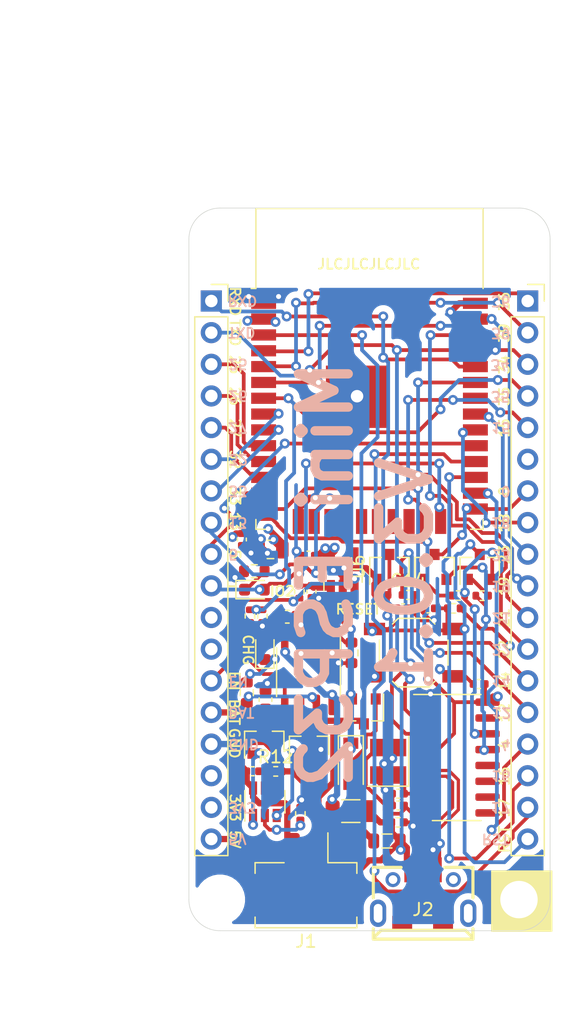
<source format=kicad_pcb>
(kicad_pcb (version 20171130) (host pcbnew "(5.1.7-0-10_14)")
  (layers (0 F.Cu signal) (1 In1.Cu power) (2 In2.Cu power) (31 B.Cu signal) (34 B.Paste user) (35 F.Paste user) (36 B.SilkS user) (37 F.SilkS user) (38 B.Mask user) (39 F.Mask user) (44 Edge.Cuts user))
  (net 0 "")
  (net 1 "Net-(C1-Pad1)")
  (net 2 GND)
  (net 3 "Net-(C2-Pad1)")
  (net 4 VDD)
  (net 5 RESET)
  (net 6 "Net-(C9-Pad1)")
  (net 7 "Net-(C10-Pad1)")
  (net 8 "Net-(D1-Pad2)")
  (net 9 "Net-(D2-Pad1)")
  (net 10 "Net-(D3-Pad1)")
  (net 11 VBUS)
  (net 12 UD-)
  (net 13 UD+)
  (net 14 "Net-(J2-Pad4)")
  (net 15 EN)
  (net 16 IO21)
  (net 17 IO17)
  (net 18 IO16)
  (net 19 GPIO0)
  (net 20 DTR)
  (net 21 RTS)
  (net 22 "Net-(R4-Pad1)")
  (net 23 "Net-(R9-Pad2)")
  (net 24 TXD0)
  (net 25 RXD0)
  (net 26 "Net-(U1-Pad17)")
  (net 27 "Net-(U1-Pad18)")
  (net 28 "Net-(U1-Pad19)")
  (net 29 "Net-(U1-Pad20)")
  (net 30 "Net-(U1-Pad21)")
  (net 31 "Net-(U1-Pad22)")
  (net 32 "Net-(U1-Pad32)")
  (net 33 "Net-(U2-Pad4)")
  (net 34 "Net-(U3-Pad6)")
  (net 35 "Net-(U4-Pad9)")
  (net 36 "Net-(U4-Pad10)")
  (net 37 "Net-(U4-Pad11)")
  (net 38 "Net-(U4-Pad12)")
  (net 39 "Net-(U4-Pad15)")
  (net 40 IO2)
  (net 41 I35)
  (net 42 I36)
  (net 43 I39)
  (net 44 I34)
  (net 45 IO32)
  (net 46 IO33)
  (net 47 IO25_DAC1)
  (net 48 IO26_DAC2)
  (net 49 IO27)
  (net 50 IO14)
  (net 51 IO12)
  (net 52 IO13)
  (net 53 IO15)
  (net 54 IO4)
  (net 55 IO5)
  (net 56 IO18)
  (net 57 IO19)
  (net 58 IO22)
  (net 59 IO23)
  (net 60 "Net-(J5-Pad16)")
  (net 61 "Net-(J5-Pad12)")
  (net 62 "Net-(J5-Pad11)")
  (net 63 "Net-(J6-Pad6)")
  (net 64 "Net-(H1-Pad1)")
  (net 65 "Net-(H2-Pad1)")
  (net 66 "Net-(H3-Pad1)")
  (net 67 "Net-(H4-Pad1)")
  (net 68 BAT+)
  (net 69 BAT-)
  (net 70 "Net-(Q5-Pad1)")
  (net 71 "Net-(Q5-Pad3)")
  (net 72 "Net-(Q6-Pad1)")
  (net 73 "Net-(R15-Pad1)")
  (net 74 "Net-(U5-Pad4)")
  (net 75 "Net-(Q2-Pad1)")
  (net 76 "Net-(Q3-Pad1)")
  (net 77 "Net-(C11-Pad1)")
  (net 78 CH340_VCC)
  (module Resistor_SMD:R_0402_1005Metric (layer F.Cu) (at 128.07 92.4 270)
    (fp_text reference R3)
    (fp_text value 10k)
    (pad 1 smd roundrect (at -0.51 0 270) (size 0.54 0.64) (layers F.Cu F.Paste F.Mask) (net 3 "Net-(C2-Pad1)"))
    (pad 2 smd roundrect (at 0.51 0 270) (size 0.54 0.64) (layers F.Cu F.Paste F.Mask) (net 15 EN))
  )
  (module Capacitor_SMD:C_0402_1005Metric (layer F.Cu) (at 128.8 89.5 180)
    (fp_text reference C3)
    (fp_text value 1u)
    (pad 2 smd roundrect (at 0.48 0 180) (size 0.56 0.62) (layers F.Cu F.Paste F.Mask) (net 2 GND))
    (pad 1 smd roundrect (at -0.48 0 180) (size 0.56 0.62) (layers F.Cu F.Paste F.Mask) (net 4 VDD))
  )
  (module RF_Module:ESP32-WROOM-32 (layer F.Cu) (at 133.7 77.5)
    (fp_text reference U1)
    (fp_text value ESP32-WROOM-32E)
    (pad 39 smd rect (at -1 -0.755) (size 5 5) (layers F.Cu F.Paste F.Mask) (net 2 GND))
    (pad 1 smd rect (at -8.5 -8.255) (size 2 0.9) (layers F.Cu F.Paste F.Mask) (net 2 GND))
    (pad 2 smd rect (at -8.5 -6.985) (size 2 0.9) (layers F.Cu F.Paste F.Mask) (net 4 VDD))
    (pad 3 smd rect (at -8.5 -5.715) (size 2 0.9) (layers F.Cu F.Paste F.Mask) (net 5 RESET))
    (pad 4 smd rect (at -8.5 -4.445) (size 2 0.9) (layers F.Cu F.Paste F.Mask) (net 42 I36))
    (pad 5 smd rect (at -8.5 -3.175) (size 2 0.9) (layers F.Cu F.Paste F.Mask) (net 43 I39))
    (pad 6 smd rect (at -8.5 -1.905) (size 2 0.9) (layers F.Cu F.Paste F.Mask) (net 44 I34))
    (pad 7 smd rect (at -8.5 -0.635) (size 2 0.9) (layers F.Cu F.Paste F.Mask) (net 41 I35))
    (pad 8 smd rect (at -8.5 0.635) (size 2 0.9) (layers F.Cu F.Paste F.Mask) (net 45 IO32))
    (pad 9 smd rect (at -8.5 1.905) (size 2 0.9) (layers F.Cu F.Paste F.Mask) (net 46 IO33))
    (pad 10 smd rect (at -8.5 3.175) (size 2 0.9) (layers F.Cu F.Paste F.Mask) (net 47 IO25_DAC1))
    (pad 11 smd rect (at -8.5 4.445) (size 2 0.9) (layers F.Cu F.Paste F.Mask) (net 48 IO26_DAC2))
    (pad 12 smd rect (at -8.5 5.715) (size 2 0.9) (layers F.Cu F.Paste F.Mask) (net 49 IO27))
    (pad 13 smd rect (at -8.5 6.985) (size 2 0.9) (layers F.Cu F.Paste F.Mask) (net 50 IO14))
    (pad 14 smd rect (at -8.5 8.255) (size 2 0.9) (layers F.Cu F.Paste F.Mask) (net 51 IO12))
    (pad 15 smd rect (at -5.715 9.255 90) (size 2 0.9) (layers F.Cu F.Paste F.Mask) (net 2 GND))
    (pad 16 smd rect (at -4.445 9.255 90) (size 2 0.9) (layers F.Cu F.Paste F.Mask) (net 52 IO13))
    (pad 17 smd rect (at -3.175 9.255 90) (size 2 0.9) (layers F.Cu F.Paste F.Mask) (net 26 "Net-(U1-Pad17)"))
    (pad 18 smd rect (at -1.905 9.255 90) (size 2 0.9) (layers F.Cu F.Paste F.Mask) (net 27 "Net-(U1-Pad18)"))
    (pad 19 smd rect (at -0.635 9.255 90) (size 2 0.9) (layers F.Cu F.Paste F.Mask) (net 28 "Net-(U1-Pad19)"))
    (pad 20 smd rect (at 0.635 9.255 90) (size 2 0.9) (layers F.Cu F.Paste F.Mask) (net 29 "Net-(U1-Pad20)"))
    (pad 21 smd rect (at 1.905 9.255 90) (size 2 0.9) (layers F.Cu F.Paste F.Mask) (net 30 "Net-(U1-Pad21)"))
    (pad 22 smd rect (at 3.175 9.255 90) (size 2 0.9) (layers F.Cu F.Paste F.Mask) (net 31 "Net-(U1-Pad22)"))
    (pad 23 smd rect (at 4.445 9.255 90) (size 2 0.9) (layers F.Cu F.Paste F.Mask) (net 53 IO15))
    (pad 24 smd rect (at 5.715 9.255 90) (size 2 0.9) (layers F.Cu F.Paste F.Mask) (net 40 IO2))
    (pad 25 smd rect (at 8.5 8.255) (size 2 0.9) (layers F.Cu F.Paste F.Mask) (net 19 GPIO0))
    (pad 26 smd rect (at 8.5 6.985) (size 2 0.9) (layers F.Cu F.Paste F.Mask) (net 54 IO4))
    (pad 27 smd rect (at 8.5 5.715) (size 2 0.9) (layers F.Cu F.Paste F.Mask) (net 18 IO16))
    (pad 28 smd rect (at 8.5 4.445) (size 2 0.9) (layers F.Cu F.Paste F.Mask) (net 17 IO17))
    (pad 29 smd rect (at 8.5 3.175) (size 2 0.9) (layers F.Cu F.Paste F.Mask) (net 55 IO5))
    (pad 30 smd rect (at 8.5 1.905) (size 2 0.9) (layers F.Cu F.Paste F.Mask) (net 56 IO18))
    (pad 31 smd rect (at 8.5 0.635) (size 2 0.9) (layers F.Cu F.Paste F.Mask) (net 57 IO19))
    (pad 32 smd rect (at 8.5 -0.635) (size 2 0.9) (layers F.Cu F.Paste F.Mask) (net 32 "Net-(U1-Pad32)"))
    (pad 33 smd rect (at 8.5 -1.905) (size 2 0.9) (layers F.Cu F.Paste F.Mask) (net 16 IO21))
    (pad 34 smd rect (at 8.5 -3.175) (size 2 0.9) (layers F.Cu F.Paste F.Mask) (net 25 RXD0))
    (pad 35 smd rect (at 8.5 -4.445) (size 2 0.9) (layers F.Cu F.Paste F.Mask) (net 24 TXD0))
    (pad 36 smd rect (at 8.5 -5.715) (size 2 0.9) (layers F.Cu F.Paste F.Mask) (net 58 IO22))
    (pad 37 smd rect (at 8.5 -6.985) (size 2 0.9) (layers F.Cu F.Paste F.Mask) (net 59 IO23))
    (pad 38 smd rect (at 8.5 -8.255) (size 2 0.9) (layers F.Cu F.Paste F.Mask) (net 2 GND))
  )
  (module LCSC:USB_Micro-B_Jing-C10418-A01SB141B1-067 (layer F.Cu) (at 138 117.4)
    (fp_text reference J2 (at 0 0.5) (layer F.SilkS))
    (fp_text value USB_B_Micro)
    (pad 5 smd rect (at 1.299 -2.687 270) (size 2 0.4) (layers F.Cu F.Paste F.Mask) (net 2 GND))
    (pad 4 smd rect (at 0.649 -2.687 270) (size 2 0.4) (layers F.Cu F.Paste F.Mask) (net 14 "Net-(J2-Pad4)"))
    (pad 3 smd rect (at -0.001 -2.687 270) (size 2 0.4) (layers F.Cu F.Paste F.Mask) (net 13 UD+))
    (pad 2 smd rect (at -0.651 -2.687 270) (size 2 0.4) (layers F.Cu F.Paste F.Mask) (net 12 UD-))
    (pad 1 smd rect (at -1.301 -2.687 270) (size 2 0.4) (layers F.Cu F.Paste F.Mask) (net 11 VBUS))
    (pad 0 smd rect (at 1.605 1.625) (size 1.6 1.2) (layers F.Cu F.Paste F.Mask))
    (pad 0 smd rect (at -1.674 1.609) (size 1.6 1.2) (layers F.Cu F.Paste F.Mask))
    (pad 0 thru_hole oval (at 3.628 0.798) (size 1.3 2.2) (drill oval 0.7 1.5) (layers *.Cu *.Paste *.Mask))
    (pad 0 thru_hole oval (at -3.611 0.798) (size 1.3 2.2) (drill oval 0.7 1.5) (layers *.Cu *.Paste *.Mask))
    (pad 0 thru_hole circle (at -2.416 -1.902) (size 1.2 1.2) (drill 0.7) (layers *.Cu *.Paste *.Mask))
    (pad 0 thru_hole circle (at 2.434 -1.902) (size 1.2 1.2) (drill 0.7) (layers *.Cu *.Paste *.Mask))
  )
  (module Capacitor_SMD:C_0603_1608Metric (layer F.Cu) (at 127.1 94.4)
    (fp_text reference C1)
    (fp_text value 10u)
    (pad 2 smd roundrect (at 0.775 0) (size 0.9 0.95) (layers F.Cu F.Paste F.Mask) (net 2 GND))
    (pad 1 smd roundrect (at -0.775 0) (size 0.9 0.95) (layers F.Cu F.Paste F.Mask) (net 1 "Net-(C1-Pad1)"))
  )
  (module Capacitor_SMD:C_0402_1005Metric (layer F.Cu) (at 129.04 92.38 270)
    (fp_text reference C2)
    (fp_text value 1u)
    (pad 1 smd roundrect (at -0.48 0 270) (size 0.56 0.62) (layers F.Cu F.Paste F.Mask) (net 3 "Net-(C2-Pad1)"))
    (pad 2 smd roundrect (at 0.48 0 270) (size 0.56 0.62) (layers F.Cu F.Paste F.Mask) (net 2 GND))
  )
  (module Capacitor_SMD:C_0805_2012Metric (layer F.Cu) (at 125.75 89 180)
    (fp_text reference C4)
    (fp_text value 22u)
    (pad 1 smd roundrect (at -0.95 0 180) (size 1 1.45) (layers F.Cu F.Paste F.Mask) (net 4 VDD))
    (pad 2 smd roundrect (at 0.95 0 180) (size 1 1.45) (layers F.Cu F.Paste F.Mask) (net 2 GND))
  )
  (module Capacitor_SMD:C_0603_1608Metric (layer F.Cu) (at 125.35 101.05 90)
    (fp_text reference C5)
    (fp_text value 10u)
    (pad 1 smd roundrect (at -0.775 0 90) (size 0.9 0.95) (layers F.Cu F.Paste F.Mask) (net 68 BAT+))
    (pad 2 smd roundrect (at 0.775 0 90) (size 0.9 0.95) (layers F.Cu F.Paste F.Mask) (net 2 GND))
  )
  (module Capacitor_SMD:C_0402_1005Metric (layer F.Cu) (at 123.45 88.2 270)
    (fp_text reference C6)
    (fp_text value 100n)
    (pad 1 smd roundrect (at -0.48 0 270) (size 0.56 0.62) (layers F.Cu F.Paste F.Mask) (net 4 VDD))
    (pad 2 smd roundrect (at 0.48 0 270) (size 0.56 0.62) (layers F.Cu F.Paste F.Mask) (net 2 GND))
  )
  (module Capacitor_SMD:C_0402_1005Metric (layer F.Cu) (at 138.43 93.726 180)
    (fp_text reference C7)
    (fp_text value 100n)
    (pad 2 smd roundrect (at 0.48 0 180) (size 0.56 0.62) (layers F.Cu F.Paste F.Mask) (net 2 GND))
    (pad 1 smd roundrect (at -0.48 0 180) (size 0.56 0.62) (layers F.Cu F.Paste F.Mask) (net 5 RESET))
  )
  (module Capacitor_SMD:C_0402_1005Metric (layer F.Cu) (at 136.398 93.726 180)
    (fp_text reference C8)
    (fp_text value 100n)
    (pad 1 smd roundrect (at -0.48 0 180) (size 0.56 0.62) (layers F.Cu F.Paste F.Mask) (net 2 GND))
    (pad 2 smd roundrect (at 0.48 0 180) (size 0.56 0.62) (layers F.Cu F.Paste F.Mask) (net 5 RESET))
  )
  (module Capacitor_SMD:C_0402_1005Metric (layer F.Cu) (at 136.02 108.6 180)
    (fp_text reference C9)
    (fp_text value 22p)
    (pad 1 smd roundrect (at -0.48 0 180) (size 0.56 0.62) (layers F.Cu F.Paste F.Mask) (net 6 "Net-(C9-Pad1)"))
    (pad 2 smd roundrect (at 0.48 0 180) (size 0.56 0.62) (layers F.Cu F.Paste F.Mask) (net 2 GND))
  )
  (module Capacitor_SMD:C_0402_1005Metric (layer F.Cu) (at 136.02 109.55 180)
    (fp_text reference C10)
    (fp_text value 22p)
    (pad 2 smd roundrect (at 0.48 0 180) (size 0.56 0.62) (layers F.Cu F.Paste F.Mask) (net 2 GND))
    (pad 1 smd roundrect (at -0.48 0 180) (size 0.56 0.62) (layers F.Cu F.Paste F.Mask) (net 7 "Net-(C10-Pad1)"))
  )
  (module Diode_SMD:D_SOD-123 (layer F.Cu) (at 132.2 106.2 270)
    (fp_text reference D1)
    (fp_text value B5819W)
    (pad 1 smd rect (at -1.65 0 270) (size 0.9 1.2) (layers F.Cu F.Paste F.Mask) (net 3 "Net-(C2-Pad1)"))
    (pad 2 smd rect (at 1.65 0 270) (size 0.9 1.2) (layers F.Cu F.Paste F.Mask) (net 8 "Net-(D1-Pad2)"))
  )
  (module LED_SMD:LED_0603_1608Metric (layer F.Cu) (at 125.3 97.05 90)
    (fp_text reference D2)
    (fp_text value RED)
    (pad 2 smd roundrect (at 0.7875 0 90) (size 0.875 0.95) (layers F.Cu F.Paste F.Mask) (net 1 "Net-(C1-Pad1)"))
    (pad 1 smd roundrect (at -0.7875 0 90) (size 0.875 0.95) (layers F.Cu F.Paste F.Mask) (net 9 "Net-(D2-Pad1)"))
  )
  (module LED_SMD:LED_0603_1608Metric (layer F.Cu) (at 124.46 92.225)
    (fp_text reference D3)
    (fp_text value BLUE)
    (pad 2 smd roundrect (at 0.7875 0) (size 0.875 0.95) (layers F.Cu F.Paste F.Mask) (net 40 IO2))
    (pad 1 smd roundrect (at -0.7875 0) (size 0.875 0.95) (layers F.Cu F.Paste F.Mask) (net 10 "Net-(D3-Pad1)"))
  )
  (module Inductor_SMD:L_0805_2012Metric (layer F.Cu) (at 135.1 112.4)
    (fp_text reference FB1)
    (fp_text value "100 @ 100 MHz")
    (pad 1 smd roundrect (at -1.0625 0) (size 0.875 1.2) (layers F.Cu F.Paste F.Mask) (net 8 "Net-(D1-Pad2)"))
    (pad 2 smd roundrect (at 1.0625 0) (size 0.875 1.2) (layers F.Cu F.Paste F.Mask) (net 11 VBUS))
  )
  (module Connector_JST:JST_PH_B2B-PH-SM4-TB_1x02-1MP_P2.00mm_Vertical (layer F.Cu) (at 128.6 115 180)
    (fp_text reference J1 (at 0 -5.45) (layer F.SilkS))
    (fp_text value BAT)
    (pad MP smd roundrect (at 3.4 -1.75 180) (size 1.6 3) (layers F.Cu F.Paste F.Mask) (roundrect_rratio 0.15625))
    (pad MP smd roundrect (at -3.4 -1.75 180) (size 1.6 3) (layers F.Cu F.Paste F.Mask) (roundrect_rratio 0.15625))
    (pad 2 smd roundrect (at 1 0.5 180) (size 1 5.5) (layers F.Cu F.Paste F.Mask) (net 69 BAT-))
    (pad 1 smd roundrect (at -1 0.5 180) (size 1 5.5) (layers F.Cu F.Paste F.Mask) (net 68 BAT+))
  )
  (module Package_TO_SOT_SMD:SOT-23 (layer F.Cu) (at 133.25 102 270)
    (fp_text reference Q1)
    (fp_text value AO3401A)
    (pad 1 smd rect (at -1 -0.95 270) (size 0.9 0.8) (layers F.Cu F.Paste F.Mask) (net 8 "Net-(D1-Pad2)"))
    (pad 2 smd rect (at -1 0.95 270) (size 0.9 0.8) (layers F.Cu F.Paste F.Mask) (net 3 "Net-(C2-Pad1)"))
    (pad 3 smd rect (at 1 0 270) (size 0.9 0.8) (layers F.Cu F.Paste F.Mask) (net 68 BAT+))
  )
  (module Resistor_SMD:R_0402_1005Metric (layer F.Cu) (at 136 110.9)
    (fp_text reference R1)
    (fp_text value 100k)
    (pad 2 smd roundrect (at 0.51 0) (size 0.54 0.64) (layers F.Cu F.Paste F.Mask) (net 2 GND))
    (pad 1 smd roundrect (at -0.51 0) (size 0.54 0.64) (layers F.Cu F.Paste F.Mask) (net 11 VBUS))
  )
  (module Resistor_SMD:R_1206_3216Metric (layer F.Cu) (at 132.2 110)
    (fp_text reference R2)
    (fp_text value 0.1R)
    (pad 2 smd roundrect (at 1.4625 0) (size 1.125 1.75) (layers F.Cu F.Paste F.Mask) (roundrect_rratio 0.2222195555555556) (net 11 VBUS))
    (pad 1 smd roundrect (at -1.4625 0) (size 1.125 1.75) (layers F.Cu F.Paste F.Mask) (roundrect_rratio 0.2222195555555556) (net 1 "Net-(C1-Pad1)"))
  )
  (module Resistor_SMD:R_0603_1608Metric (layer F.Cu) (at 123.85 100.5 90)
    (fp_text reference R4)
    (fp_text value 2.4k)
    (pad 1 smd roundrect (at -0.825 0 90) (size 0.8 0.95) (layers F.Cu F.Paste F.Mask) (net 22 "Net-(R4-Pad1)"))
    (pad 2 smd roundrect (at 0.825 0 90) (size 0.8 0.95) (layers F.Cu F.Paste F.Mask) (net 9 "Net-(D2-Pad1)"))
  )
  (module Resistor_SMD:R_0402_1005Metric (layer F.Cu) (at 124.1 94.35 90)
    (fp_text reference R5)
    (fp_text value 100k)
    (pad 2 smd roundrect (at 0.51 0 90) (size 0.54 0.64) (layers F.Cu F.Paste F.Mask) (net 41 I35))
    (pad 1 smd roundrect (at -0.51 0 90) (size 0.54 0.64) (layers F.Cu F.Paste F.Mask) (net 68 BAT+))
  )
  (module Resistor_SMD:R_0402_1005Metric (layer F.Cu) (at 125.1 94.35 270)
    (fp_text reference R6)
    (fp_text value 100k)
    (pad 2 smd roundrect (at 0.51 0 270) (size 0.54 0.64) (layers F.Cu F.Paste F.Mask) (net 2 GND))
    (pad 1 smd roundrect (at -0.51 0 270) (size 0.54 0.64) (layers F.Cu F.Paste F.Mask) (net 41 I35))
  )
  (module Resistor_SMD:R_0402_1005Metric (layer F.Cu) (at 140.83 92.7)
    (fp_text reference R7)
    (fp_text value 1k)
    (pad 1 smd roundrect (at -0.51 0) (size 0.54 0.64) (layers F.Cu F.Paste F.Mask) (net 75 "Net-(Q2-Pad1)"))
    (pad 2 smd roundrect (at 0.51 0) (size 0.54 0.64) (layers F.Cu F.Paste F.Mask) (net 21 RTS))
  )
  (module Resistor_SMD:R_0402_1005Metric (layer F.Cu) (at 142.746 92.71 180)
    (fp_text reference R8)
    (fp_text value 1k)
    (pad 1 smd roundrect (at -0.51 0 180) (size 0.54 0.64) (layers F.Cu F.Paste F.Mask) (net 76 "Net-(Q3-Pad1)"))
    (pad 2 smd roundrect (at 0.51 0 180) (size 0.54 0.64) (layers F.Cu F.Paste F.Mask) (net 20 DTR))
  )
  (module Resistor_SMD:R_0402_1005Metric (layer F.Cu) (at 140.462 93.726 180)
    (fp_text reference R10)
    (fp_text value 10k)
    (pad 2 smd roundrect (at 0.51 0 180) (size 0.54 0.64) (layers F.Cu F.Paste F.Mask) (net 5 RESET))
    (pad 1 smd roundrect (at -0.51 0 180) (size 0.54 0.64) (layers F.Cu F.Paste F.Mask) (net 4 VDD))
  )
  (module Resistor_SMD:R_0603_1608Metric (layer F.Cu) (at 124.45 90.75)
    (fp_text reference R11)
    (fp_text value 2.4k)
    (pad 1 smd roundrect (at -0.825 0) (size 0.8 0.95) (layers F.Cu F.Paste F.Mask) (net 2 GND))
    (pad 2 smd roundrect (at 0.825 0) (size 0.8 0.95) (layers F.Cu F.Paste F.Mask) (net 10 "Net-(D3-Pad1)"))
  )
  (module Button_Switch_SMD:SW_SPST_TL3342 (layer F.Cu) (at 137.25 97.282 180)
    (fp_text reference SW1)
    (fp_text value RESET)
    (pad 1 smd rect (at -3.15 -1.9 180) (size 1.7 1) (layers F.Cu F.Paste F.Mask) (net 2 GND))
    (pad 1 smd rect (at 3.15 -1.9 180) (size 1.7 1) (layers F.Cu F.Paste F.Mask) (net 2 GND))
    (pad 2 smd rect (at -3.15 1.9 180) (size 1.7 1) (layers F.Cu F.Paste F.Mask) (net 5 RESET))
    (pad 2 smd rect (at 3.15 1.9 180) (size 1.7 1) (layers F.Cu F.Paste F.Mask) (net 5 RESET))
  )
  (module Package_TO_SOT_SMD:TSOT-23-5 (layer F.Cu) (at 131.55 90.75 90)
    (fp_text reference U2)
    (fp_text value RT9080-33GJ5)
    (pad 1 smd rect (at -1.31 -0.95 90) (size 1.22 0.65) (layers F.Cu F.Paste F.Mask) (net 3 "Net-(C2-Pad1)"))
    (pad 2 smd rect (at -1.31 0 90) (size 1.22 0.65) (layers F.Cu F.Paste F.Mask) (net 2 GND))
    (pad 3 smd rect (at -1.31 0.95 90) (size 1.22 0.65) (layers F.Cu F.Paste F.Mask) (net 15 EN))
    (pad 4 smd rect (at 1.31 0.95 90) (size 1.22 0.65) (layers F.Cu F.Paste F.Mask) (net 33 "Net-(U2-Pad4)"))
    (pad 5 smd rect (at 1.31 -0.95 90) (size 1.22 0.65) (layers F.Cu F.Paste F.Mask) (net 4 VDD))
  )
  (module Package_SO:SOP-8_3.9x4.9mm_P1.27mm (layer F.Cu) (at 128.8 98.85 270)
    (fp_text reference U3)
    (fp_text value TP4056)
    (pad 8 smd roundrect (at 2.625 -1.905 270) (size 1.65 0.6) (layers F.Cu F.Paste F.Mask) (net 1 "Net-(C1-Pad1)"))
    (pad 7 smd roundrect (at 2.625 -0.635 270) (size 1.65 0.6) (layers F.Cu F.Paste F.Mask) (net 22 "Net-(R4-Pad1)"))
    (pad 6 smd roundrect (at 2.625 0.635 270) (size 1.65 0.6) (layers F.Cu F.Paste F.Mask) (net 34 "Net-(U3-Pad6)"))
    (pad 5 smd roundrect (at 2.625 1.905 270) (size 1.65 0.6) (layers F.Cu F.Paste F.Mask) (net 68 BAT+))
    (pad 4 smd roundrect (at -2.625 1.905 270) (size 1.65 0.6) (layers F.Cu F.Paste F.Mask) (net 1 "Net-(C1-Pad1)"))
    (pad 3 smd roundrect (at -2.625 0.635 270) (size 1.65 0.6) (layers F.Cu F.Paste F.Mask) (net 2 GND))
    (pad 2 smd roundrect (at -2.625 -0.635 270) (size 1.65 0.6) (layers F.Cu F.Paste F.Mask) (net 23 "Net-(R9-Pad2)"))
    (pad 1 smd roundrect (at -2.625 -1.905 270) (size 1.65 0.6) (layers F.Cu F.Paste F.Mask) (net 2 GND))
  )
  (module Package_SO:SOIC-16_3.9x9.9mm_P1.27mm (layer F.Cu) (at 140.7 105.7)
    (fp_text reference U4)
    (fp_text value CH340G)
    (pad 1 smd roundrect (at -2.475 -4.445) (size 1.95 0.6) (layers F.Cu F.Paste F.Mask) (net 2 GND))
    (pad 2 smd roundrect (at -2.475 -3.175) (size 1.95 0.6) (layers F.Cu F.Paste F.Mask) (net 25 RXD0))
    (pad 3 smd roundrect (at -2.475 -1.905) (size 1.95 0.6) (layers F.Cu F.Paste F.Mask) (net 24 TXD0))
    (pad 4 smd roundrect (at -2.475 -0.635) (size 1.95 0.6) (layers F.Cu F.Paste F.Mask) (net 78 CH340_VCC))
    (pad 5 smd roundrect (at -2.475 0.635) (size 1.95 0.6) (layers F.Cu F.Paste F.Mask) (net 13 UD+))
    (pad 6 smd roundrect (at -2.475 1.905) (size 1.95 0.6) (layers F.Cu F.Paste F.Mask) (net 12 UD-))
    (pad 7 smd roundrect (at -2.475 3.175) (size 1.95 0.6) (layers F.Cu F.Paste F.Mask) (net 6 "Net-(C9-Pad1)"))
    (pad 8 smd roundrect (at -2.475 4.445) (size 1.95 0.6) (layers F.Cu F.Paste F.Mask) (net 7 "Net-(C10-Pad1)"))
    (pad 9 smd roundrect (at 2.475 4.445) (size 1.95 0.6) (layers F.Cu F.Paste F.Mask) (net 35 "Net-(U4-Pad9)"))
    (pad 10 smd roundrect (at 2.475 3.175) (size 1.95 0.6) (layers F.Cu F.Paste F.Mask) (net 36 "Net-(U4-Pad10)"))
    (pad 11 smd roundrect (at 2.475 1.905) (size 1.95 0.6) (layers F.Cu F.Paste F.Mask) (net 37 "Net-(U4-Pad11)"))
    (pad 12 smd roundrect (at 2.475 0.635) (size 1.95 0.6) (layers F.Cu F.Paste F.Mask) (net 38 "Net-(U4-Pad12)"))
    (pad 13 smd roundrect (at 2.475 -0.635) (size 1.95 0.6) (layers F.Cu F.Paste F.Mask) (net 20 DTR))
    (pad 14 smd roundrect (at 2.475 -1.905) (size 1.95 0.6) (layers F.Cu F.Paste F.Mask) (net 21 RTS))
    (pad 15 smd roundrect (at 2.475 -3.175) (size 1.95 0.6) (layers F.Cu F.Paste F.Mask) (net 39 "Net-(U4-Pad15)"))
    (pad 16 smd roundrect (at 2.475 -4.445) (size 1.95 0.6) (layers F.Cu F.Paste F.Mask) (net 78 CH340_VCC))
  )
  (module Crystal:Crystal_SMD_3225-4Pin_3.2x2.5mm (layer F.Cu) (at 135.2 106 90)
    (fp_text reference Y1)
    (fp_text value 12MHz)
    (pad 1 smd rect (at -1.1 0.85 90) (size 1.4 1.2) (layers F.Cu F.Paste F.Mask) (net 6 "Net-(C9-Pad1)"))
    (pad 2 smd rect (at 1.1 0.85 90) (size 1.4 1.2) (layers F.Cu F.Paste F.Mask) (net 2 GND))
    (pad 3 smd rect (at 1.1 -0.85 90) (size 1.4 1.2) (layers F.Cu F.Paste F.Mask) (net 7 "Net-(C10-Pad1)"))
    (pad 4 smd rect (at -1.1 -0.85 90) (size 1.4 1.2) (layers F.Cu F.Paste F.Mask) (net 2 GND))
  )
  (module Package_TO_SOT_SMD:SOT-23 (layer F.Cu) (at 138.925001 90.4 90)
    (fp_text reference Q2)
    (fp_text value S8050)
    (pad 1 smd rect (at -1 -0.95 90) (size 0.9 0.8) (layers F.Cu F.Paste F.Mask) (net 75 "Net-(Q2-Pad1)"))
    (pad 2 smd rect (at -1 0.95 90) (size 0.9 0.8) (layers F.Cu F.Paste F.Mask) (net 20 DTR))
    (pad 3 smd rect (at 1 0 90) (size 0.9 0.8) (layers F.Cu F.Paste F.Mask) (net 19 GPIO0))
  )
  (module Package_TO_SOT_SMD:SOT-23 (layer F.Cu) (at 142.55 90.4 90)
    (fp_text reference Q3)
    (fp_text value S8050)
    (pad 3 smd rect (at 1 0 90) (size 0.9 0.8) (layers F.Cu F.Paste F.Mask) (net 5 RESET))
    (pad 2 smd rect (at -1 0.95 90) (size 0.9 0.8) (layers F.Cu F.Paste F.Mask) (net 21 RTS))
    (pad 1 smd rect (at -1 -0.95 90) (size 0.9 0.8) (layers F.Cu F.Paste F.Mask) (net 76 "Net-(Q3-Pad1)"))
  )
  (module MountingHole:MountingHole_3mm (layer F.Cu) (at 145.7 117.1)
    (fp_text reference H1)
    (fp_text value MountingHole_Pad)
    (pad 1 np_thru_hole circle (at 0 0) (size 3 3) (drill 3) (layers *.Cu *.Mask) (net 64 "Net-(H1-Pad1)"))
  )
  (module MountingHole:MountingHole_3mm (layer F.Cu) (at 145.7 64.1)
    (fp_text reference H2)
    (fp_text value MountingHole_Pad)
    (pad 1 np_thru_hole circle (at 0 0) (size 3 3) (drill 3) (layers *.Cu *.Mask) (net 65 "Net-(H2-Pad1)"))
  )
  (module MountingHole:MountingHole_3mm (layer F.Cu) (at 121.7 64.1)
    (fp_text reference H3)
    (fp_text value MountingHole_Pad)
    (pad 1 np_thru_hole circle (at 0 0) (size 3 3) (drill 3) (layers *.Cu *.Mask) (net 66 "Net-(H3-Pad1)"))
  )
  (module MountingHole:MountingHole_3mm (layer F.Cu) (at 121.7 117.1)
    (fp_text reference H4)
    (fp_text value MountingHole_Pad)
    (pad 1 np_thru_hole circle (at 0 0) (size 3 3) (drill 3) (layers *.Cu *.Mask) (net 67 "Net-(H4-Pad1)"))
  )
  (module Connector_PinSocket_2.54mm:PinSocket_1x18_P2.54mm_Vertical (layer F.Cu) (at 121 69.06)
    (fp_text reference J5)
    (fp_text value Conn_01x18)
    (pad 18 thru_hole oval (at 0 43.18) (size 1.7 1.7) (drill 1) (layers *.Cu *.Mask) (net 11 VBUS))
    (pad 17 thru_hole oval (at 0 40.64) (size 1.7 1.7) (drill 1) (layers *.Cu *.Mask) (net 4 VDD))
    (pad 16 thru_hole oval (at 0 38.1) (size 1.7 1.7) (drill 1) (layers *.Cu *.Mask) (net 60 "Net-(J5-Pad16)"))
    (pad 15 thru_hole oval (at 0 35.56) (size 1.7 1.7) (drill 1) (layers *.Cu *.Mask) (net 2 GND))
    (pad 14 thru_hole oval (at 0 33.02) (size 1.7 1.7) (drill 1) (layers *.Cu *.Mask) (net 68 BAT+))
    (pad 13 thru_hole oval (at 0 30.48) (size 1.7 1.7) (drill 1) (layers *.Cu *.Mask) (net 15 EN))
    (pad 12 thru_hole oval (at 0 27.94) (size 1.7 1.7) (drill 1) (layers *.Cu *.Mask) (net 61 "Net-(J5-Pad12)"))
    (pad 11 thru_hole oval (at 0 25.4) (size 1.7 1.7) (drill 1) (layers *.Cu *.Mask) (net 62 "Net-(J5-Pad11)"))
    (pad 10 thru_hole oval (at 0 22.86) (size 1.7 1.7) (drill 1) (layers *.Cu *.Mask) (net 40 IO2))
    (pad 9 thru_hole oval (at 0 20.32) (size 1.7 1.7) (drill 1) (layers *.Cu *.Mask) (net 55 IO5))
    (pad 8 thru_hole oval (at 0 17.78) (size 1.7 1.7) (drill 1) (layers *.Cu *.Mask) (net 52 IO13))
    (pad 7 thru_hole oval (at 0 15.24) (size 1.7 1.7) (drill 1) (layers *.Cu *.Mask) (net 46 IO33))
    (pad 6 thru_hole oval (at 0 12.7) (size 1.7 1.7) (drill 1) (layers *.Cu *.Mask) (net 45 IO32))
    (pad 5 thru_hole oval (at 0 10.16) (size 1.7 1.7) (drill 1) (layers *.Cu *.Mask) (net 49 IO27))
    (pad 4 thru_hole oval (at 0 7.62) (size 1.7 1.7) (drill 1) (layers *.Cu *.Mask) (net 48 IO26_DAC2))
    (pad 3 thru_hole oval (at 0 5.08) (size 1.7 1.7) (drill 1) (layers *.Cu *.Mask) (net 47 IO25_DAC1))
    (pad 2 thru_hole oval (at 0 2.54) (size 1.7 1.7) (drill 1) (layers *.Cu *.Mask) (net 24 TXD0))
    (pad 1 thru_hole rect (at 0 0) (size 1.7 1.7) (drill 1) (layers *.Cu *.Mask) (net 25 RXD0))
  )
  (module Connector_PinSocket_2.54mm:PinSocket_1x18_P2.54mm_Vertical (layer F.Cu) (at 146.4 69.06)
    (fp_text reference J6)
    (fp_text value Conn_01x18)
    (pad 1 thru_hole rect (at 0 0) (size 1.7 1.7) (drill 1) (layers *.Cu *.Mask) (net 42 I36))
    (pad 2 thru_hole oval (at 0 2.54) (size 1.7 1.7) (drill 1) (layers *.Cu *.Mask) (net 43 I39))
    (pad 3 thru_hole oval (at 0 5.08) (size 1.7 1.7) (drill 1) (layers *.Cu *.Mask) (net 44 I34))
    (pad 4 thru_hole oval (at 0 7.62) (size 1.7 1.7) (drill 1) (layers *.Cu *.Mask) (net 41 I35))
    (pad 5 thru_hole oval (at 0 10.16) (size 1.7 1.7) (drill 1) (layers *.Cu *.Mask) (net 53 IO15))
    (pad 6 thru_hole oval (at 0 12.7) (size 1.7 1.7) (drill 1) (layers *.Cu *.Mask) (net 63 "Net-(J6-Pad6)"))
    (pad 7 thru_hole oval (at 0 15.24) (size 1.7 1.7) (drill 1) (layers *.Cu *.Mask) (net 19 GPIO0))
    (pad 8 thru_hole oval (at 0 17.78) (size 1.7 1.7) (drill 1) (layers *.Cu *.Mask) (net 56 IO18))
    (pad 9 thru_hole oval (at 0 20.32) (size 1.7 1.7) (drill 1) (layers *.Cu *.Mask) (net 59 IO23))
    (pad 10 thru_hole oval (at 0 22.86) (size 1.7 1.7) (drill 1) (layers *.Cu *.Mask) (net 57 IO19))
    (pad 11 thru_hole oval (at 0 25.4) (size 1.7 1.7) (drill 1) (layers *.Cu *.Mask) (net 16 IO21))
    (pad 12 thru_hole oval (at 0 27.94) (size 1.7 1.7) (drill 1) (layers *.Cu *.Mask) (net 58 IO22))
    (pad 13 thru_hole oval (at 0 30.48) (size 1.7 1.7) (drill 1) (layers *.Cu *.Mask) (net 50 IO14))
    (pad 14 thru_hole oval (at 0 33.02) (size 1.7 1.7) (drill 1) (layers *.Cu *.Mask) (net 51 IO12))
    (pad 15 thru_hole oval (at 0 35.56) (size 1.7 1.7) (drill 1) (layers *.Cu *.Mask) (net 54 IO4))
    (pad 16 thru_hole oval (at 0 38.1) (size 1.7 1.7) (drill 1) (layers *.Cu *.Mask) (net 18 IO16))
    (pad 17 thru_hole oval (at 0 40.64) (size 1.7 1.7) (drill 1) (layers *.Cu *.Mask) (net 17 IO17))
    (pad 18 thru_hole oval (at 0 43.18) (size 1.7 1.7) (drill 1) (layers *.Cu *.Mask) (net 5 RESET))
  )
  (module Capacitor_SMD:C_0402_1005Metric (layer F.Cu) (at 124.32 106.8 180)
    (fp_text reference C11)
    (fp_text value 100n)
    (pad 1 smd roundrect (at -0.48 0 180) (size 0.56 0.62) (layers F.Cu F.Paste F.Mask) (net 77 "Net-(C11-Pad1)"))
    (pad 2 smd roundrect (at 0.48 0 180) (size 0.56 0.62) (layers F.Cu F.Paste F.Mask) (net 69 BAT-))
  )
  (module Package_TO_SOT_SMD:SOT-23 (layer F.Cu) (at 125.25 104.35 90)
    (fp_text reference Q5)
    (fp_text value AO3400A)
    (pad 1 smd rect (at -1 -0.95 90) (size 0.9 0.8) (layers F.Cu F.Paste F.Mask) (net 70 "Net-(Q5-Pad1)"))
    (pad 2 smd rect (at -1 0.95 90) (size 0.9 0.8) (layers F.Cu F.Paste F.Mask) (net 69 BAT-))
    (pad 3 smd rect (at 1 0 90) (size 0.9 0.8) (layers F.Cu F.Paste F.Mask) (net 71 "Net-(Q5-Pad3)"))
  )
  (module Package_TO_SOT_SMD:SOT-23 (layer F.Cu) (at 128.85 104.75 90)
    (fp_text reference Q6)
    (fp_text value AO3400A)
    (pad 3 smd rect (at 1 0 90) (size 0.9 0.8) (layers F.Cu F.Paste F.Mask) (net 71 "Net-(Q5-Pad3)"))
    (pad 2 smd rect (at -1 0.95 90) (size 0.9 0.8) (layers F.Cu F.Paste F.Mask) (net 2 GND))
    (pad 1 smd rect (at -1 -0.95 90) (size 0.9 0.8) (layers F.Cu F.Paste F.Mask) (net 72 "Net-(Q6-Pad1)"))
  )
  (module Resistor_SMD:R_0402_1005Metric (layer F.Cu) (at 128.15 110.2 90)
    (fp_text reference R15)
    (fp_text value 1k)
    (pad 1 smd roundrect (at -0.51 0 90) (size 0.54 0.64) (layers F.Cu F.Paste F.Mask) (net 73 "Net-(R15-Pad1)"))
    (pad 2 smd roundrect (at 0.51 0 90) (size 0.54 0.64) (layers F.Cu F.Paste F.Mask) (net 2 GND))
  )
  (module Package_TO_SOT_SMD:SOT-23-6 (layer F.Cu) (at 125.3 109.25 90)
    (fp_text reference U5)
    (fp_text value FS312F-G)
    (pad 1 smd rect (at -1.1 -0.95 90) (size 1.06 0.65) (layers F.Cu F.Paste F.Mask) (net 70 "Net-(Q5-Pad1)"))
    (pad 2 smd rect (at -1.1 0 90) (size 1.06 0.65) (layers F.Cu F.Paste F.Mask) (net 73 "Net-(R15-Pad1)"))
    (pad 3 smd rect (at -1.1 0.95 90) (size 1.06 0.65) (layers F.Cu F.Paste F.Mask) (net 72 "Net-(Q6-Pad1)"))
    (pad 4 smd rect (at 1.1 0.95 90) (size 1.06 0.65) (layers F.Cu F.Paste F.Mask) (net 74 "Net-(U5-Pad4)"))
    (pad 6 smd rect (at 1.1 -0.95 90) (size 1.06 0.65) (layers F.Cu F.Paste F.Mask) (net 69 BAT-))
    (pad 5 smd rect (at 1.1 0 90) (size 1.06 0.65) (layers F.Cu F.Paste F.Mask) (net 77 "Net-(C11-Pad1)"))
  )
  (module Resistor_SMD:R_0603_1608Metric (layer F.Cu) (at 132.25 97.3 90)
    (fp_text reference R9)
    (fp_text value 2.4k)
    (pad 1 smd roundrect (at -0.825 0 90) (size 0.8 0.95) (layers F.Cu F.Paste F.Mask) (net 2 GND))
    (pad 2 smd roundrect (at 0.825 0 90) (size 0.8 0.95) (layers F.Cu F.Paste F.Mask) (net 23 "Net-(R9-Pad2)"))
  )
  (module Resistor_SMD:R_0402_1005Metric (layer F.Cu) (at 126.17 106.81)
    (fp_text reference R12 (at 0 -1.17) (layer F.SilkS))
    (fp_text value 100R)
    (pad 1 smd roundrect (at -0.51 0) (size 0.54 0.64) (layers F.Cu F.Paste F.Mask) (net 77 "Net-(C11-Pad1)"))
    (pad 2 smd roundrect (at 0.51 0) (size 0.54 0.64) (layers F.Cu F.Paste F.Mask) (net 68 BAT+))
  )
  (module Capacitor_SMD:C_0402_1005Metric (layer F.Cu) (at 142.5 99.8 180)
    (fp_text reference C12)
    (fp_text value 100n)
    (pad 1 smd roundrect (at -0.48 0 180) (size 0.56 0.62) (layers F.Cu F.Paste F.Mask) (net 78 CH340_VCC))
    (pad 2 smd roundrect (at 0.48 0 180) (size 0.56 0.62) (layers F.Cu F.Paste F.Mask) (net 2 GND))
  )
  (module Capacitor_SMD:C_0402_1005Metric (layer F.Cu) (at 134.7 92.65 180)
    (fp_text reference C13)
    (fp_text value 1u)
    (pad 1 smd roundrect (at -0.48 0 180) (size 0.56 0.62) (layers F.Cu F.Paste F.Mask) (net 11 VBUS))
    (pad 2 smd roundrect (at 0.48 0 180) (size 0.56 0.62) (layers F.Cu F.Paste F.Mask) (net 2 GND))
  )
  (module Capacitor_SMD:C_0402_1005Metric (layer F.Cu) (at 136.8 92.65)
    (fp_text reference C14 (at 0 -1.16) (layer F.SilkS))
    (fp_text value 1u)
    (pad 1 smd roundrect (at -0.48 0) (size 0.56 0.62) (layers F.Cu F.Paste F.Mask) (net 78 CH340_VCC))
    (pad 2 smd roundrect (at 0.48 0) (size 0.56 0.62) (layers F.Cu F.Paste F.Mask) (net 2 GND))
  )
  (module Package_TO_SOT_SMD:SOT-23 (layer F.Cu) (at 135.3 90.4 90)
    (fp_text reference U6 (at 0 -2.5 90) (layer F.SilkS))
    (fp_text value XC6206P332MR)
    (pad 1 smd rect (at -1 -0.95 90) (size 0.9 0.8) (layers F.Cu F.Paste F.Mask) (net 2 GND))
    (pad 2 smd rect (at -1 0.95 90) (size 0.9 0.8) (layers F.Cu F.Paste F.Mask) (net 78 CH340_VCC))
    (pad 3 smd rect (at 1 0 90) (size 0.9 0.8) (layers F.Cu F.Paste F.Mask) (net 11 VBUS))
  )
  (gr_text RST (at 143.8148 112.2426 180) (layer B.SilkS) (effects (font (size 0.8 0.8)) (justify mirror)))
  (gr_text 17 (at 144.2212 109.7026 180) (layer B.SilkS) (effects (font (size 0.8 0.8)) (justify mirror)))
  (gr_text 16 (at 144.272 107.1626 180) (layer B.SilkS) (effects (font (size 0.8 0.8)) (justify mirror)))
  (gr_text 4 (at 144.6276 104.648 180) (layer B.SilkS) (effects (font (size 0.8 0.8)) (justify mirror)))
  (gr_text 12 (at 144.2974 102.108 180) (layer B.SilkS) (effects (font (size 0.8 0.8)) (justify mirror)))
  (gr_text 14 (at 144.272 99.5426 180) (layer B.SilkS) (effects (font (size 0.8 0.8)) (justify mirror)))
  (gr_text 22 (at 144.272 97.028 180) (layer B.SilkS) (effects (font (size 0.8 0.8)) (justify mirror)))
  (gr_text 21 (at 144.2974 94.488 180) (layer B.SilkS) (effects (font (size 0.8 0.8)) (justify mirror)))
  (gr_text 19 (at 144.272 91.948 180) (layer B.SilkS) (effects (font (size 0.8 0.8)) (justify mirror)))
  (gr_text 23 (at 144.2466 89.4334 180) (layer B.SilkS) (effects (font (size 0.8 0.8)) (justify mirror)))
  (gr_text 18 (at 144.2466 86.8426 180) (layer B.SilkS) (effects (font (size 0.8 0.8)) (justify mirror)))
  (gr_text 0 (at 144.6276 84.328 180) (layer B.SilkS) (effects (font (size 0.8 0.8)) (justify mirror)))
  (gr_text 15 (at 144.272 79.2226 180) (layer B.SilkS) (effects (font (size 0.8 0.8)) (justify mirror)))
  (gr_text 35 (at 144.2212 76.708 180) (layer B.SilkS) (effects (font (size 0.8 0.8)) (justify mirror)))
  (gr_text 34 (at 144.1958 74.168 180) (layer B.SilkS) (effects (font (size 0.8 0.8)) (justify mirror)))
  (gr_text 39 (at 144.2466 71.628 180) (layer B.SilkS) (effects (font (size 0.8 0.8)) (justify mirror)))
  (gr_text 36 (at 144.2466 69.0626 180) (layer B.SilkS) (effects (font (size 0.8 0.8)) (justify mirror)))
  (gr_text RXD (at 123.4948 69.0372 180) (layer B.SilkS) (effects (font (size 0.8 0.8)) (justify mirror)))
  (gr_text TXD (at 123.444 71.5772 180) (layer B.SilkS) (effects (font (size 0.8 0.8)) (justify mirror)))
  (gr_text 25 (at 123.1392 74.1172 180) (layer B.SilkS) (effects (font (size 0.8 0.8)) (justify mirror)))
  (gr_text 26 (at 123.1392 76.6572 180) (layer B.SilkS) (effects (font (size 0.8 0.8)) (justify mirror)))
  (gr_text 27 (at 123.1138 79.2226 180) (layer B.SilkS) (effects (font (size 0.8 0.8)) (justify mirror)))
  (gr_text 32 (at 123.1646 81.7626 180) (layer B.SilkS) (effects (font (size 0.8 0.8)) (justify mirror)))
  (gr_text 33 (at 123.1392 84.3026 180) (layer B.SilkS) (effects (font (size 0.8 0.8)) (justify mirror)))
  (gr_text 13 (at 123.1138 86.841 180) (layer B.SilkS) (effects (font (size 0.8 0.8)) (justify mirror)))
  (gr_text 5 (at 122.7582 89.3826 180) (layer B.SilkS) (effects (font (size 0.8 0.8)) (justify mirror)))
  (gr_text EN (at 123.1646 99.568 180) (layer B.SilkS) (effects (font (size 0.8 0.8)) (justify mirror)))
  (gr_text BAT (at 123.3932 102.0826 180) (layer B.SilkS) (effects (font (size 0.8 0.8)) (justify mirror)))
  (gr_text GND (at 123.5964 104.6226 180) (layer B.SilkS) (effects (font (size 0.8 0.8)) (justify mirror)))
  (gr_text 3V3 (at 123.4948 109.7026 180) (layer B.SilkS) (effects (font (size 0.8 0.8)) (justify mirror)))
  (gr_text 5V (at 123.0884 112.2172 180) (layer B.SilkS) (effects (font (size 0.8 0.8)) (justify mirror)))
  (gr_line (start 122.35 91.95) (end 122.95 91.95) (layer F.SilkS) (width 0.15))
  (gr_text JLCJLCJLCJLC (at 133.65 66.1) (layer F.SilkS) (effects (font (size 0.8 0.8))))
  (gr_text RESET (at 132.8 93.8) (layer F.SilkS) (effects (font (size 0.8 0.8))))
  (gr_text CHG (at 123.95 97.05 270) (layer F.SilkS) (effects (font (size 0.8 0.8))))
  (gr_text IO2 (at 126.7 92.35) (layer F.SilkS) (effects (font (size 0.8 0.8))))
  (gr_text "Mini ESP32\nV3.0.1" (at 133.4 91 90) (layer B.SilkS) (effects (font (size 4 4) (thickness 0.75)) (justify mirror)))
  (gr_text 36 (at 144.526 69.088 90) (layer F.SilkS) (effects (font (size 0.8 0.8))))
  (gr_text 39 (at 144.526 71.628 90) (layer F.SilkS) (effects (font (size 0.8 0.8))))
  (gr_text 34 (at 144.526 74.168 90) (layer F.SilkS) (effects (font (size 0.8 0.8))))
  (gr_text 35 (at 144.526 76.708 90) (layer F.SilkS) (effects (font (size 0.8 0.8))))
  (gr_text 15 (at 144.526 79.248 90) (layer F.SilkS) (effects (font (size 0.8 0.8))))
  (gr_text 0 (at 144.526 84.328 90) (layer F.SilkS) (effects (font (size 0.8 0.8))))
  (gr_text 18 (at 144.526 86.868 90) (layer F.SilkS) (effects (font (size 0.8 0.8))))
  (gr_text 23 (at 144.526 89.408 90) (layer F.SilkS) (effects (font (size 0.8 0.8))))
  (gr_text 19 (at 144.526 91.948 90) (layer F.SilkS) (effects (font (size 0.8 0.8))))
  (gr_text 21 (at 144.526 94.488 90) (layer F.SilkS) (effects (font (size 0.8 0.8))))
  (gr_text 22 (at 144.526 97.028 90) (layer F.SilkS) (effects (font (size 0.8 0.8))))
  (gr_text 14 (at 144.526 99.568 90) (layer F.SilkS) (effects (font (size 0.8 0.8))))
  (gr_text 12 (at 144.526 102.108 90) (layer F.SilkS) (effects (font (size 0.8 0.8))))
  (gr_text 4 (at 144.526 104.648 90) (layer F.SilkS) (effects (font (size 0.8 0.8))))
  (gr_text 16 (at 144.526 107.188 90) (layer F.SilkS) (effects (font (size 0.8 0.8))))
  (gr_text 17 (at 144.526 109.728 90) (layer F.SilkS) (effects (font (size 0.8 0.8))))
  (gr_text RST (at 144.526 112.268 90) (layer F.SilkS) (effects (font (size 0.8 0.8))))
  (gr_text 5V (at 122.9 112.268 270) (layer F.SilkS) (effects (font (size 0.8 0.8))))
  (gr_text 3V3 (at 122.9 109.728 270) (layer F.SilkS) (effects (font (size 0.8 0.8))))
  (gr_text GND (at 122.85 104.55 270) (layer F.SilkS) (effects (font (size 0.8 0.8))))
  (gr_text BAT (at 122.85 102.05 270) (layer F.SilkS) (effects (font (size 0.8 0.8))))
  (gr_text EN (at 122.85 99.55 270) (layer F.SilkS) (effects (font (size 0.8 0.8))))
  (gr_text 5 (at 122.9 89.4 270) (layer F.SilkS) (effects (font (size 0.8 0.8))))
  (gr_text 13 (at 122.9 86.741 270) (layer F.SilkS) (effects (font (size 0.8 0.8))))
  (gr_text 33 (at 122.9 84.709 270) (layer F.SilkS) (effects (font (size 0.8 0.8))))
  (gr_text 32 (at 122.9 81.788 270) (layer F.SilkS) (effects (font (size 0.8 0.8))))
  (gr_text 27 (at 122.9 79.248 270) (layer F.SilkS) (effects (font (size 0.8 0.8))))
  (gr_text 26 (at 122.9 76.7 270) (layer F.SilkS) (effects (font (size 0.8 0.8))))
  (gr_text 25 (at 122.9 74.168 270) (layer F.SilkS) (effects (font (size 0.8 0.8))))
  (gr_text TXD (at 122.9 71.6 270) (layer F.SilkS) (effects (font (size 0.8 0.8))))
  (gr_text RXD (at 122.9 69.088 270) (layer F.SilkS) (effects (font (size 0.8 0.8))))
  (gr_poly (pts (xy 148.336 119.634) (xy 143.51 119.634) (xy 143.51 114.808) (xy 148.336 114.808)) (layer F.SilkS) (width 0.1))
  (gr_arc (start 121.7 117.1) (end 119.2 117.1) (angle -90) (layer Edge.Cuts) (width 0.05))
  (gr_arc (start 145.7 117.1) (end 145.7 119.6) (angle -90) (layer Edge.Cuts) (width 0.05))
  (gr_arc (start 121.7 64.1) (end 121.7 61.6) (angle -90) (layer Edge.Cuts) (width 0.05))
  (gr_arc (start 145.7 64.1) (end 148.2 64.1) (angle -90) (layer Edge.Cuts) (width 0.05))
  (gr_line (start 148.2 117.1) (end 148.2 64.1) (layer Edge.Cuts) (width 0.05))
  (gr_line (start 121.7 119.6) (end 145.7 119.6) (layer Edge.Cuts) (width 0.05))
  (gr_line (start 119.2 64.1) (end 119.2 117.1) (layer Edge.Cuts) (width 0.05))
  (gr_line (start 121.7 61.6) (end 145.7 61.6) (layer Edge.Cuts) (width 0.05))
  (segment (start 126.895 96.225) (end 126.895 97.261456) (width 0.5) (layer F.Cu) (net 1))
  (segment (start 125.3375 96.225) (end 125.3 96.2625) (width 0.3) (layer F.Cu) (net 1))
  (segment (start 126.895 96.225) (end 125.3375 96.225) (width 0.3) (layer F.Cu) (net 1))
  (via (at 130.7 100.65) (size 0.8) (drill 0.4) (layers F.Cu B.Cu) (net 1))
  (segment (start 130.705 100.655) (end 130.7 100.65) (width 0.5) (layer F.Cu) (net 1))
  (via (at 126.927923 97.239154) (size 0.8) (drill 0.4) (layers F.Cu B.Cu) (net 1))
  (segment (start 130.134315 100.65) (end 126.927923 97.443608) (width 0.5) (layer B.Cu) (net 1))
  (segment (start 126.927923 97.443608) (end 126.927923 97.239154) (width 0.5) (layer B.Cu) (net 1))
  (segment (start 130.7 100.65) (end 130.134315 100.65) (width 0.5) (layer B.Cu) (net 1))
  (via (at 130.7 109.05) (size 0.8) (drill 0.4) (layers F.Cu B.Cu) (net 1))
  (segment (start 130.7 109.9625) (end 130.7375 110) (width 0.5) (layer F.Cu) (net 1))
  (segment (start 130.7 109.05) (end 130.7 109.9625) (width 0.5) (layer F.Cu) (net 1))
  (segment (start 131.099999 108.650001) (end 130.7 109.05) (width 0.5) (layer B.Cu) (net 1))
  (segment (start 130.7 100.65) (end 131.099999 101.049999) (width 0.5) (layer B.Cu) (net 1))
  (segment (start 131.099999 101.049999) (end 131.099999 108.650001) (width 0.5) (layer B.Cu) (net 1))
  (segment (start 126.895 94.97) (end 126.325 94.4) (width 0.5) (layer F.Cu) (net 1))
  (segment (start 126.895 96.225) (end 126.895 94.97) (width 0.5) (layer F.Cu) (net 1))
  (segment (start 126.325 94.4) (end 126.475 94.4) (width 0.5) (layer F.Cu) (net 1))
  (via (at 132.7 76.7) (size 1.6) (drill 1) (layers F.Cu B.Cu) (net 2))
  (segment (start 139.35 112.6) (end 139.299 112.651) (width 0.3) (layer F.Cu) (net 2))
  (segment (start 139.299 112.651) (end 139.299 114.713) (width 0.3) (layer F.Cu) (net 2))
  (via (at 139.35 112.6) (size 0.8) (drill 0.4) (layers F.Cu B.Cu) (net 2))
  (segment (start 139.299 113.315429) (end 139.299 114.713) (width 0.3) (layer F.Cu) (net 2))
  (segment (start 138.8 113.1) (end 139.299 113.315429) (width 0.3) (layer F.Cu) (net 2))
  (via (at 138.8 113.1) (size 0.8) (drill 0.4) (layers F.Cu B.Cu) (net 2))
  (via (at 135 108.3) (size 0.8) (drill 0.4) (layers F.Cu B.Cu) (net 2))
  (segment (start 135.54 108.84) (end 135 108.3) (width 0.3) (layer F.Cu) (net 2))
  (segment (start 135.54 109.5) (end 135.54 108.84) (width 0.3) (layer F.Cu) (net 2))
  (segment (start 134.35 107.65) (end 135 108.3) (width 0.3) (layer F.Cu) (net 2))
  (segment (start 134.35 107.1) (end 134.35 107.65) (width 0.3) (layer F.Cu) (net 2))
  (via (at 134.884312 106.200001) (size 0.8) (drill 0.4) (layers F.Cu B.Cu) (net 2))
  (segment (start 134.35 106.734313) (end 134.884312 106.200001) (width 0.3) (layer F.Cu) (net 2))
  (segment (start 134.35 107.1) (end 134.35 106.734313) (width 0.3) (layer F.Cu) (net 2))
  (via (at 135.526916 105.764833) (size 0.8) (drill 0.4) (layers F.Cu B.Cu) (net 2))
  (segment (start 136.05 105.241749) (end 135.526916 105.764833) (width 0.3) (layer F.Cu) (net 2))
  (segment (start 136.05 104.9) (end 136.05 105.241749) (width 0.3) (layer F.Cu) (net 2))
  (segment (start 135.31948 105.764833) (end 134.884312 106.200001) (width 0.3) (layer F.Cu) (net 2))
  (segment (start 135.526916 105.764833) (end 135.31948 105.764833) (width 0.3) (layer F.Cu) (net 2))
  (segment (start 130.705 96.225) (end 130.705 96.055) (width 0.3) (layer F.Cu) (net 2))
  (segment (start 137.95 93.726) (end 136.878 93.726) (width 0.3) (layer F.Cu) (net 2))
  (via (at 125.5 89.3) (size 0.8) (drill 0.4) (layers F.Cu B.Cu) (net 2))
  (segment (start 125.2 89) (end 125.5 89.3) (width 0.5) (layer F.Cu) (net 2))
  (segment (start 124.8 89) (end 125.2 89) (width 0.5) (layer F.Cu) (net 2))
  (via (at 129.35 84.85) (size 0.8) (drill 0.4) (layers F.Cu B.Cu) (net 2))
  (segment (start 128.899998 84.85) (end 129.35 84.85) (width 0.5) (layer F.Cu) (net 2))
  (segment (start 127.985 85.764998) (end 128.899998 84.85) (width 0.5) (layer F.Cu) (net 2))
  (segment (start 127.985 86.755) (end 127.985 85.764998) (width 0.5) (layer F.Cu) (net 2))
  (via (at 124.184207 89.285786) (size 0.8) (drill 0.4) (layers F.Cu B.Cu) (net 2))
  (segment (start 124.469993 89) (end 124.184207 89.285786) (width 0.3) (layer F.Cu) (net 2))
  (segment (start 124.8 89) (end 124.469993 89) (width 0.3) (layer F.Cu) (net 2))
  (via (at 140.2 69.95) (size 0.8) (drill 0.4) (layers F.Cu B.Cu) (net 2))
  (segment (start 140.905 69.245) (end 140.2 69.95) (width 0.5) (layer F.Cu) (net 2))
  (segment (start 142.2 69.245) (end 140.905 69.245) (width 0.5) (layer F.Cu) (net 2))
  (via (at 124 68.7) (size 0.8) (drill 0.4) (layers F.Cu B.Cu) (net 2))
  (segment (start 124.545 69.245) (end 124 68.7) (width 0.5) (layer F.Cu) (net 2))
  (segment (start 125.2 69.245) (end 124.545 69.245) (width 0.5) (layer F.Cu) (net 2))
  (segment (start 125.855 69.245) (end 126.4 68.7) (width 0.5) (layer F.Cu) (net 2))
  (via (at 126.4 68.7) (size 0.8) (drill 0.4) (layers F.Cu B.Cu) (net 2))
  (segment (start 125.2 69.245) (end 125.855 69.245) (width 0.5) (layer F.Cu) (net 2))
  (via (at 122.9 91.25) (size 0.8) (drill 0.4) (layers F.Cu B.Cu) (net 2))
  (segment (start 122.964 91.186) (end 122.9 91.25) (width 0.3) (layer F.Cu) (net 2))
  (via (at 128.2 97.35) (size 0.8) (drill 0.4) (layers F.Cu B.Cu) (net 2))
  (segment (start 128.165 97.315) (end 128.2 97.35) (width 0.5) (layer F.Cu) (net 2))
  (segment (start 128.165 96.225) (end 128.165 97.315) (width 0.5) (layer F.Cu) (net 2))
  (via (at 137.2 111.2) (size 0.8) (drill 0.4) (layers F.Cu B.Cu) (net 2))
  (segment (start 136.9 110.9) (end 137.2 111.2) (width 0.3) (layer F.Cu) (net 2))
  (segment (start 136.51 110.9) (end 136.9 110.9) (width 0.3) (layer F.Cu) (net 2))
  (segment (start 123.125 91.25) (end 123.625 90.75) (width 0.3) (layer F.Cu) (net 2))
  (segment (start 122.9 91.25) (end 123.125 91.25) (width 0.3) (layer F.Cu) (net 2))
  (via (at 128.2 95.05) (size 0.8) (drill 0.4) (layers F.Cu B.Cu) (net 2))
  (segment (start 128.175 95.025) (end 128.2 95.05) (width 0.5) (layer F.Cu) (net 2))
  (segment (start 128.175 94.25) (end 128.175 95.025) (width 0.5) (layer F.Cu) (net 2))
  (segment (start 128.165 95.085) (end 128.2 95.05) (width 0.5) (layer F.Cu) (net 2))
  (segment (start 128.165 96.225) (end 128.165 95.085) (width 0.5) (layer F.Cu) (net 2))
  (via (at 125.5 99.75) (size 0.8) (drill 0.4) (layers F.Cu B.Cu) (net 2))
  (segment (start 125.3 99.95) (end 125.5 99.75) (width 0.5) (layer F.Cu) (net 2))
  (segment (start 125.3 100.275) (end 125.3 99.95) (width 0.5) (layer F.Cu) (net 2))
  (via (at 127.85 89.15) (size 0.8) (drill 0.4) (layers F.Cu B.Cu) (net 2))
  (segment (start 128.2 89.5) (end 127.85 89.15) (width 0.5) (layer F.Cu) (net 2))
  (segment (start 128.32 89.5) (end 128.2 89.5) (width 0.5) (layer F.Cu) (net 2))
  (segment (start 123.578421 88.68) (end 124.184207 89.285786) (width 0.5) (layer F.Cu) (net 2))
  (segment (start 123.45 88.68) (end 123.578421 88.68) (width 0.5) (layer F.Cu) (net 2))
  (segment (start 129.8 105.45) (end 129.8 105.05) (width 0.5) (layer F.Cu) (net 2))
  (via (at 129.8 105.05) (size 0.8) (drill 0.4) (layers F.Cu B.Cu) (net 2))
  (segment (start 128.15 109.20001) (end 128.25001 109.1) (width 0.3) (layer F.Cu) (net 2))
  (segment (start 128.15 109.69) (end 128.15 109.20001) (width 0.3) (layer F.Cu) (net 2))
  (via (at 128.25001 109.1) (size 0.8) (drill 0.4) (layers F.Cu B.Cu) (net 2))
  (segment (start 124.8 88.342016) (end 124.983229 88.158787) (width 0.5) (layer F.Cu) (net 2))
  (via (at 124.983229 88.158787) (size 0.8) (drill 0.4) (layers F.Cu B.Cu) (net 2))
  (segment (start 124.8 89) (end 124.8 88.342016) (width 0.5) (layer F.Cu) (net 2))
  (segment (start 139.932 99.182) (end 139.35 98.6) (width 0.3) (layer F.Cu) (net 2))
  (segment (start 140.31 99.182) (end 139.932 99.182) (width 0.3) (layer F.Cu) (net 2))
  (via (at 139.35 98.6) (size 0.8) (drill 0.4) (layers F.Cu B.Cu) (net 2))
  (segment (start 125.1 94.86) (end 125.1 95.149988) (width 0.3) (layer F.Cu) (net 2))
  (via (at 125.1 95.149988) (size 0.8) (drill 0.4) (layers F.Cu B.Cu) (net 2))
  (via (at 138.889366 94.696544) (size 0.8) (drill 0.4) (layers F.Cu B.Cu) (net 2))
  (segment (start 137.95 94.036) (end 138.610544 94.696544) (width 0.3) (layer F.Cu) (net 2))
  (segment (start 137.95 93.726) (end 137.95 94.036) (width 0.3) (layer F.Cu) (net 2))
  (segment (start 138.610544 94.696544) (end 138.889366 94.696544) (width 0.3) (layer F.Cu) (net 2))
  (segment (start 136.878 93.726) (end 137.848544 94.696544) (width 0.3) (layer F.Cu) (net 2))
  (segment (start 137.848544 94.696544) (end 138.889366 94.696544) (width 0.3) (layer F.Cu) (net 2))
  (segment (start 129.571773 92.86) (end 129.621783 92.91001) (width 0.3) (layer F.Cu) (net 2))
  (segment (start 129.04 92.86) (end 129.571773 92.86) (width 0.3) (layer F.Cu) (net 2))
  (via (at 129.621783 92.91001) (size 0.8) (drill 0.4) (layers F.Cu B.Cu) (net 2))
  (segment (start 131.55 92.06) (end 131.55 91.15) (width 0.5) (layer F.Cu) (net 2))
  (via (at 134.099997 99.181997) (size 0.8) (drill 0.4) (layers F.Cu B.Cu) (net 2))
  (segment (start 134.1 99.182) (end 134.099997 99.181997) (width 0.3) (layer F.Cu) (net 2))
  (segment (start 134.01 99.182) (end 134.1 99.182) (width 0.3) (layer F.Cu) (net 2))
  (via (at 131.2 98.1) (size 0.8) (drill 0.4) (layers F.Cu B.Cu) (net 2))
  (segment (start 131.225 98.125) (end 131.2 98.1) (width 0.3) (layer F.Cu) (net 2))
  (segment (start 132.25 98.125) (end 131.225 98.125) (width 0.3) (layer F.Cu) (net 2))
  (via (at 130.7 97.3) (size 0.8) (drill 0.4) (layers F.Cu B.Cu) (net 2))
  (segment (start 130.705 97.295) (end 130.7 97.3) (width 0.3) (layer F.Cu) (net 2))
  (segment (start 130.705 96.225) (end 130.705 97.295) (width 0.3) (layer F.Cu) (net 2))
  (via (at 138.6 100.6) (size 0.8) (drill 0.4) (layers F.Cu B.Cu) (net 2))
  (segment (start 138.225 100.975) (end 138.6 100.6) (width 0.5) (layer F.Cu) (net 2))
  (segment (start 138.225 101.255) (end 138.225 100.975) (width 0.5) (layer F.Cu) (net 2))
  (segment (start 137.28 93.324) (end 136.878 93.726) (width 0.3) (layer F.Cu) (net 2))
  (segment (start 137.28 92.65) (end 137.28 93.324) (width 0.3) (layer F.Cu) (net 2))
  (segment (start 141.402 99.182) (end 142.02 99.8) (width 0.3) (layer F.Cu) (net 2))
  (segment (start 140.4 99.182) (end 141.402 99.182) (width 0.3) (layer F.Cu) (net 2))
  (segment (start 134 91.75) (end 134.35 91.4) (width 0.3) (layer F.Cu) (net 2))
  (segment (start 134 92.62) (end 134 91.75) (width 0.3) (layer F.Cu) (net 2))
  (via (at 131.643693 90.48351) (size 0.8) (drill 0.4) (layers F.Cu B.Cu) (net 2))
  (segment (start 131.55 90.577203) (end 131.643693 90.48351) (width 0.5) (layer F.Cu) (net 2))
  (segment (start 131.55 91.15) (end 131.55 90.577203) (width 0.5) (layer F.Cu) (net 2))
  (segment (start 131.660184 90.500001) (end 131.643693 90.48351) (width 0.5) (layer F.Cu) (net 2))
  (segment (start 133.450001 90.500001) (end 131.660184 90.500001) (width 0.5) (layer F.Cu) (net 2))
  (segment (start 134.35 91.4) (end 133.450001 90.500001) (width 0.5) (layer F.Cu) (net 2))
  (via (at 130.799984 90.68) (size 0.8) (drill 0.4) (layers F.Cu B.Cu) (net 2))
  (segment (start 131.55 91.15) (end 131.08 90.68) (width 0.5) (layer F.Cu) (net 2))
  (segment (start 131.08 90.68) (end 130.799984 90.68) (width 0.5) (layer F.Cu) (net 2))
  (via (at 132.2 105) (size 0.8) (drill 0.4) (layers F.Cu B.Cu) (net 3))
  (segment (start 132.2 104.55) (end 132.2 105) (width 0.5) (layer F.Cu) (net 3))
  (via (at 132.2 100.6) (size 0.8) (drill 0.4) (layers F.Cu B.Cu) (net 3))
  (segment (start 132.2 105) (end 132.2 100.6) (width 0.5) (layer B.Cu) (net 3))
  (segment (start 132.2 100.6) (end 132.2 100.65) (width 0.5) (layer F.Cu) (net 3))
  (segment (start 132.3 100.7) (end 132.2 100.6) (width 0.5) (layer F.Cu) (net 3))
  (segment (start 132.3 101) (end 132.3 100.7) (width 0.5) (layer F.Cu) (net 3))
  (segment (start 130.6 92.06) (end 129.2 92.06) (width 0.5) (layer F.Cu) (net 3))
  (segment (start 129.2 92.06) (end 129.04 91.9) (width 0.5) (layer F.Cu) (net 3))
  (segment (start 128.08 91.9) (end 128.07 91.89) (width 0.3) (layer F.Cu) (net 3))
  (segment (start 129.04 91.9) (end 128.08 91.9) (width 0.3) (layer F.Cu) (net 3))
  (segment (start 132.2 95.400008) (end 132.200008 95.4) (width 0.5) (layer B.Cu) (net 3))
  (segment (start 130.6 92.06) (end 130.6 93.739333) (width 0.5) (layer F.Cu) (net 3))
  (via (at 132.200008 95.4) (size 0.8) (drill 0.4) (layers F.Cu B.Cu) (net 3))
  (segment (start 132.200008 95.339341) (end 132.200008 95.4) (width 0.5) (layer F.Cu) (net 3))
  (segment (start 130.6 93.739333) (end 132.200008 95.339341) (width 0.5) (layer F.Cu) (net 3))
  (segment (start 132.2 102.8) (end 132.2 95.400008) (width 0.5) (layer B.Cu) (net 3))
  (via (at 144.972382 96.746209) (size 0.8) (drill 0.4) (layers F.Cu B.Cu) (net 4))
  (via (at 123.9 70.65) (size 0.8) (drill 0.4) (layers F.Cu B.Cu) (net 4))
  (segment (start 124.035 70.515) (end 123.9 70.65) (width 0.5) (layer F.Cu) (net 4))
  (segment (start 125.2 70.515) (end 124.035 70.515) (width 0.5) (layer F.Cu) (net 4))
  (via (at 126.149567 70.734999) (size 0.8) (drill 0.4) (layers F.Cu B.Cu) (net 4))
  (segment (start 125.929568 70.515) (end 126.149567 70.734999) (width 0.5) (layer F.Cu) (net 4))
  (segment (start 125.2 70.515) (end 125.929568 70.515) (width 0.5) (layer F.Cu) (net 4))
  (segment (start 130.54 89.5) (end 130.6 89.44) (width 0.5) (layer F.Cu) (net 4))
  (segment (start 129.28 89.5) (end 130.54 89.5) (width 0.5) (layer F.Cu) (net 4))
  (via (at 130.15 88.913227) (size 0.8) (drill 0.4) (layers F.Cu B.Cu) (net 4))
  (segment (start 129.563227 89.5) (end 130.15 88.913227) (width 0.5) (layer F.Cu) (net 4))
  (segment (start 129.28 89.5) (end 129.563227 89.5) (width 0.5) (layer F.Cu) (net 4))
  (segment (start 126.7 88.474028) (end 125.565857 87.339885) (width 0.5) (layer F.Cu) (net 4))
  (segment (start 126.7 89) (end 126.7 88.474028) (width 0.5) (layer F.Cu) (net 4))
  (via (at 125.982232 88.203696) (size 0.8) (drill 0.4) (layers F.Cu B.Cu) (net 4))
  (segment (start 125.982232 88.282232) (end 125.982232 88.203696) (width 0.5) (layer F.Cu) (net 4))
  (segment (start 126.7 89) (end 125.982232 88.282232) (width 0.5) (layer F.Cu) (net 4))
  (via (at 125.565857 87.339885) (size 0.8) (drill 0.4) (layers F.Cu B.Cu) (net 4))
  (via (at 122.7 88.000002) (size 0.8) (drill 0.4) (layers F.Cu B.Cu) (net 4))
  (segment (start 123.45 87.72) (end 122.980002 87.72) (width 0.5) (layer F.Cu) (net 4))
  (segment (start 122.980002 87.72) (end 122.7 88.000002) (width 0.5) (layer F.Cu) (net 4))
  (via (at 130.9 88.855025) (size 0.8) (drill 0.4) (layers F.Cu B.Cu) (net 4))
  (segment (start 130.9 89.14) (end 130.9 88.855025) (width 0.5) (layer F.Cu) (net 4))
  (segment (start 130.6 89.44) (end 130.9 89.14) (width 0.5) (layer F.Cu) (net 4))
  (segment (start 143.586502 95.360329) (end 144.972382 96.746209) (width 0.3) (layer F.Cu) (net 4))
  (segment (start 142.606329 95.360329) (end 143.586502 95.360329) (width 0.3) (layer F.Cu) (net 4))
  (segment (start 140.972 93.726) (end 142.606329 95.360329) (width 0.3) (layer F.Cu) (net 4))
  (segment (start 138.91 93.726) (end 139.952 93.726) (width 0.3) (layer F.Cu) (net 5))
  (segment (start 139.952 95.024) (end 140.31 95.382) (width 0.3) (layer F.Cu) (net 5))
  (segment (start 139.952 93.726) (end 139.952 95.024) (width 0.3) (layer F.Cu) (net 5))
  (via (at 133.1 71.8) (size 0.8) (drill 0.4) (layers F.Cu B.Cu) (net 5))
  (segment (start 125.215 71.8) (end 125.2 71.785) (width 0.3) (layer F.Cu) (net 5))
  (segment (start 133.1 71.8) (end 125.215 71.8) (width 0.3) (layer F.Cu) (net 5))
  (segment (start 146.36 112.2) (end 146.4 112.24) (width 0.3) (layer F.Cu) (net 5))
  (segment (start 145.84 112.8) (end 146.4 112.24) (width 0.3) (layer F.Cu) (net 5))
  (segment (start 142.55 89.4) (end 141.797816 88.647816) (width 0.3) (layer F.Cu) (net 5))
  (via (at 141.797816 88.581181) (size 0.8) (drill 0.4) (layers F.Cu B.Cu) (net 5))
  (segment (start 141.797816 88.647816) (end 141.797816 88.581181) (width 0.3) (layer F.Cu) (net 5))
  (via (at 141.334814 95.381997) (size 0.8) (drill 0.4) (layers F.Cu B.Cu) (net 5))
  (segment (start 144.54 114.1) (end 142.1 114.1) (width 0.3) (layer B.Cu) (net 5))
  (segment (start 140.599999 89.539995) (end 140.599999 92.810003) (width 0.3) (layer B.Cu) (net 5))
  (segment (start 140.31 95.382) (end 141.334811 95.382) (width 0.3) (layer F.Cu) (net 5))
  (segment (start 142.1 114.1) (end 141.334814 113.334814) (width 0.3) (layer B.Cu) (net 5))
  (segment (start 146.4 112.24) (end 144.54 114.1) (width 0.3) (layer B.Cu) (net 5))
  (segment (start 141.038999 89.339998) (end 140.799996 89.339998) (width 0.3) (layer B.Cu) (net 5))
  (segment (start 141.334814 93.544818) (end 141.334814 95.381997) (width 0.3) (layer B.Cu) (net 5))
  (segment (start 141.797816 88.581181) (end 141.038999 89.339998) (width 0.3) (layer B.Cu) (net 5))
  (segment (start 141.334811 95.382) (end 141.334814 95.381997) (width 0.3) (layer F.Cu) (net 5))
  (segment (start 141.334814 113.334814) (end 141.334814 95.381997) (width 0.3) (layer B.Cu) (net 5))
  (segment (start 140.799996 89.339998) (end 140.599999 89.539995) (width 0.3) (layer B.Cu) (net 5))
  (segment (start 140.599999 92.810003) (end 141.334814 93.544818) (width 0.3) (layer B.Cu) (net 5))
  (segment (start 134.849999 95.382) (end 134.967999 95.5) (width 0.3) (layer F.Cu) (net 5))
  (segment (start 133.919193 95.562807) (end 133.910141 95.562807) (width 0.3) (layer F.Cu) (net 5))
  (segment (start 135.919308 93.727308) (end 135.919308 94.712692) (width 0.3) (layer F.Cu) (net 5))
  (segment (start 135.918 93.726) (end 135.919308 93.727308) (width 0.3) (layer F.Cu) (net 5))
  (segment (start 140.192 95.5) (end 140.31 95.382) (width 0.3) (layer F.Cu) (net 5))
  (segment (start 134.967999 95.5) (end 140.192 95.5) (width 0.3) (layer F.Cu) (net 5))
  (segment (start 134.1 95.382) (end 133.919193 95.562807) (width 0.3) (layer F.Cu) (net 5))
  (via (at 133.910141 95.562807) (size 0.8) (drill 0.4) (layers F.Cu B.Cu) (net 5))
  (segment (start 135.919308 94.712692) (end 135.25 95.382) (width 0.3) (layer F.Cu) (net 5))
  (segment (start 135.25 95.382) (end 134.1 95.382) (width 0.3) (layer F.Cu) (net 5))
  (segment (start 133.49297 91.182968) (end 133.49297 95.145636) (width 0.3) (layer B.Cu) (net 5))
  (segment (start 134.349991 79.990007) (end 133.05 81.289998) (width 0.3) (layer B.Cu) (net 5))
  (segment (start 133.1 73) (end 134.349991 74.249991) (width 0.3) (layer B.Cu) (net 5))
  (segment (start 133.49297 95.145636) (end 133.910141 95.562807) (width 0.3) (layer B.Cu) (net 5))
  (segment (start 133.1 71.8) (end 133.1 73) (width 0.3) (layer B.Cu) (net 5))
  (segment (start 133.05 81.289998) (end 133.05 90.739998) (width 0.3) (layer B.Cu) (net 5))
  (segment (start 133.05 90.739998) (end 133.49297 91.182968) (width 0.3) (layer B.Cu) (net 5))
  (segment (start 134.349991 74.249991) (end 134.349991 79.990007) (width 0.3) (layer B.Cu) (net 5))
  (segment (start 137.95 108.6) (end 136.5 108.6) (width 0.3) (layer F.Cu) (net 6))
  (segment (start 138.225 108.875) (end 137.95 108.6) (width 0.3) (layer F.Cu) (net 6))
  (segment (start 136.5 107.55) (end 136.5 108.6) (width 0.3) (layer F.Cu) (net 6))
  (segment (start 136.05 107.1) (end 136.5 107.55) (width 0.3) (layer F.Cu) (net 6))
  (segment (start 136.5 109.86) (end 136.5 109.55) (width 0.3) (layer F.Cu) (net 7))
  (segment (start 134.90999 109.92297) (end 135.19703 110.21001) (width 0.3) (layer F.Cu) (net 7))
  (segment (start 136.14999 110.21001) (end 136.5 109.86) (width 0.3) (layer F.Cu) (net 7))
  (segment (start 134.90999 109.461444) (end 134.90999 109.92297) (width 0.3) (layer F.Cu) (net 7))
  (segment (start 135.19703 110.21001) (end 136.14999 110.21001) (width 0.3) (layer F.Cu) (net 7))
  (segment (start 133.399999 107.951453) (end 134.90999 109.461444) (width 0.3) (layer F.Cu) (net 7))
  (segment (start 133.399999 105.850001) (end 133.399999 107.951453) (width 0.3) (layer F.Cu) (net 7))
  (segment (start 134.35 104.9) (end 133.399999 105.850001) (width 0.3) (layer F.Cu) (net 7))
  (segment (start 137.095 110.145) (end 136.5 109.55) (width 0.3) (layer F.Cu) (net 7))
  (segment (start 138.225 110.145) (end 137.095 110.145) (width 0.3) (layer F.Cu) (net 7))
  (segment (start 133.399999 104.900001) (end 133.399999 103.880003) (width 0.3) (layer F.Cu) (net 8))
  (segment (start 132.2 106.1) (end 133.399999 104.900001) (width 0.3) (layer F.Cu) (net 8))
  (segment (start 132.2 107.85) (end 132.2 106.1) (width 0.3) (layer F.Cu) (net 8))
  (segment (start 132.2 108.545069) (end 132.45002 108.795089) (width 0.5) (layer F.Cu) (net 8))
  (segment (start 132.2 107.85) (end 132.2 108.545069) (width 0.5) (layer F.Cu) (net 8))
  (segment (start 132.45002 110.81252) (end 132.45002 108.795089) (width 0.5) (layer F.Cu) (net 8))
  (segment (start 134.0375 112.4) (end 132.45002 110.81252) (width 0.5) (layer F.Cu) (net 8))
  (segment (start 134.2 103.530002) (end 134.2 101) (width 0.3) (layer F.Cu) (net 8))
  (segment (start 133.880003 103.849999) (end 134.2 103.530002) (width 0.3) (layer F.Cu) (net 8))
  (segment (start 133.430003 103.849999) (end 133.880003 103.849999) (width 0.3) (layer F.Cu) (net 8))
  (segment (start 133.399999 103.880003) (end 133.430003 103.849999) (width 0.3) (layer F.Cu) (net 8))
  (via (at 124.111244 98.988756) (size 0.8) (drill 0.4) (layers F.Cu B.Cu) (net 9))
  (segment (start 123.75 99.35) (end 124.111244 98.988756) (width 0.3) (layer F.Cu) (net 9))
  (via (at 126.1 97.8) (size 0.8) (drill 0.4) (layers F.Cu B.Cu) (net 9))
  (segment (start 124.911244 98.988756) (end 126.1 97.8) (width 0.3) (layer B.Cu) (net 9))
  (segment (start 124.111244 98.988756) (end 124.911244 98.988756) (width 0.3) (layer B.Cu) (net 9))
  (segment (start 125.3375 97.8) (end 125.3 97.8375) (width 0.3) (layer F.Cu) (net 9))
  (segment (start 126.1 97.8) (end 125.3375 97.8) (width 0.3) (layer F.Cu) (net 9))
  (segment (start 123.75 99.675) (end 123.75 99.35) (width 0.3) (layer F.Cu) (net 9))
  (segment (start 123.825 92.2) (end 125.275 90.75) (width 0.3) (layer F.Cu) (net 10))
  (segment (start 123.6725 92.2) (end 123.825 92.2) (width 0.3) (layer F.Cu) (net 10))
  (segment (start 126.45001 117.089976) (end 126.45001 115.210044) (width 0.5) (layer F.Cu) (net 11))
  (segment (start 127.060044 117.70001) (end 126.45001 117.089976) (width 0.5) (layer F.Cu) (net 11))
  (segment (start 130.139956 117.70001) (end 127.060044 117.70001) (width 0.5) (layer F.Cu) (net 11))
  (segment (start 126.45001 115.210044) (end 123.479966 112.24) (width 0.5) (layer F.Cu) (net 11))
  (segment (start 130.74999 117.089976) (end 130.139956 117.70001) (width 0.5) (layer F.Cu) (net 11))
  (segment (start 130.74999 115.210044) (end 130.74999 117.089976) (width 0.5) (layer F.Cu) (net 11))
  (segment (start 132.82501 114.79999) (end 131.160044 114.79999) (width 0.5) (layer F.Cu) (net 11))
  (segment (start 123.479966 112.24) (end 121 112.24) (width 0.5) (layer F.Cu) (net 11))
  (segment (start 131.160044 114.79999) (end 130.74999 115.210044) (width 0.5) (layer F.Cu) (net 11))
  (segment (start 136.699 112.9365) (end 136.1625 112.4) (width 0.5) (layer F.Cu) (net 11))
  (segment (start 136.699 114.713) (end 136.699 112.9365) (width 0.5) (layer F.Cu) (net 11))
  (segment (start 134.612501 113.949999) (end 136.1625 112.4) (width 0.5) (layer F.Cu) (net 11))
  (segment (start 133.675001 113.949999) (end 134.612501 113.949999) (width 0.5) (layer F.Cu) (net 11))
  (segment (start 132.82501 114.79999) (end 133.675001 113.949999) (width 0.5) (layer F.Cu) (net 11))
  (segment (start 134.5625 110.9) (end 133.6625 110) (width 0.5) (layer F.Cu) (net 11))
  (segment (start 135.49 110.9) (end 134.5625 110.9) (width 0.5) (layer F.Cu) (net 11))
  (segment (start 135.49 111.7275) (end 136.1625 112.4) (width 0.5) (layer F.Cu) (net 11))
  (segment (start 135.49 110.9) (end 135.49 111.7275) (width 0.5) (layer F.Cu) (net 11))
  (segment (start 136.699 112.9365) (end 136.3635 112.9365) (width 0.5) (layer F.Cu) (net 11))
  (segment (start 136.3635 112.9365) (end 136.2 113.1) (width 0.5) (layer F.Cu) (net 11))
  (via (at 136.2 113.1) (size 0.8) (drill 0.4) (layers F.Cu B.Cu) (net 11))
  (segment (start 135.18 92.65) (end 135.31702 92.65) (width 0.3) (layer F.Cu) (net 11))
  (segment (start 135.3 92.63298) (end 135.3 89.4) (width 0.3) (layer F.Cu) (net 11))
  (segment (start 135.31702 92.65) (end 135.3 92.63298) (width 0.3) (layer F.Cu) (net 11))
  (segment (start 135.411911 94.592705) (end 135.128295 94.309089) (width 0.3) (layer B.Cu) (net 11))
  (segment (start 135.411911 99.601909) (end 135.411911 94.592705) (width 0.3) (layer B.Cu) (net 11))
  (segment (start 135.18 94.257384) (end 135.128295 94.309089) (width 0.3) (layer F.Cu) (net 11))
  (segment (start 136.276917 100.466915) (end 135.411911 99.601909) (width 0.3) (layer B.Cu) (net 11))
  (segment (start 136.276917 113.023083) (end 136.276917 100.466915) (width 0.3) (layer B.Cu) (net 11))
  (segment (start 135.18 92.65) (end 135.18 94.257384) (width 0.3) (layer F.Cu) (net 11))
  (via (at 135.128295 94.309089) (size 0.8) (drill 0.4) (layers F.Cu B.Cu) (net 11))
  (segment (start 136.2 113.1) (end 136.276917 113.023083) (width 0.3) (layer B.Cu) (net 11))
  (segment (start 138.627844 107.202156) (end 139.873836 107.202156) (width 0.261112) (layer F.Cu) (net 12))
  (segment (start 138.225 107.605) (end 138.627844 107.202156) (width 0.261112) (layer F.Cu) (net 12))
  (segment (start 139.873836 107.202156) (end 140.367844 107.696164) (width 0.261112) (layer F.Cu) (net 12))
  (segment (start 140.367844 107.696164) (end 140.367844 109.703836) (width 0.261112) (layer F.Cu) (net 12))
  (segment (start 137.349 113.212999) (end 137.349 114.713) (width 0.261112) (layer F.Cu) (net 12))
  (segment (start 137.441844 113.120155) (end 137.349 113.212999) (width 0.261112) (layer F.Cu) (net 12))
  (segment (start 137.441844 112.629836) (end 137.441844 113.120155) (width 0.261112) (layer F.Cu) (net 12))
  (segment (start 140.367844 109.703836) (end 137.441844 112.629836) (width 0.261112) (layer F.Cu) (net 12))
  (segment (start 138.627844 106.737844) (end 140.066164 106.737844) (width 0.261112) (layer F.Cu) (net 13))
  (segment (start 138.225 106.335) (end 138.627844 106.737844) (width 0.261112) (layer F.Cu) (net 13))
  (segment (start 140.066164 106.737844) (end 140.832156 107.503836) (width 0.261112) (layer F.Cu) (net 13))
  (segment (start 140.832156 107.503836) (end 140.832156 109.896164) (width 0.261112) (layer F.Cu) (net 13))
  (segment (start 137.999 113.212999) (end 137.999 114.713) (width 0.261112) (layer F.Cu) (net 13))
  (segment (start 137.906156 113.120155) (end 137.999 113.212999) (width 0.261112) (layer F.Cu) (net 13))
  (segment (start 137.906156 112.822164) (end 137.906156 113.120155) (width 0.261112) (layer F.Cu) (net 13))
  (segment (start 140.832156 109.896164) (end 137.906156 112.822164) (width 0.261112) (layer F.Cu) (net 13))
  (segment (start 127.46001 93.05001) (end 127.59 93.18) (width 0.3) (layer F.Cu) (net 15))
  (segment (start 123.65999 93.05001) (end 127.46001 93.05001) (width 0.3) (layer F.Cu) (net 15))
  (segment (start 121 99.54) (end 123.26 97.28) (width 0.3) (layer F.Cu) (net 15))
  (segment (start 123.26 93.45) (end 123.65999 93.05001) (width 0.3) (layer F.Cu) (net 15))
  (segment (start 123.26 97.28) (end 123.26 93.45) (width 0.3) (layer F.Cu) (net 15))
  (segment (start 127.66 93.25) (end 127.59 93.18) (width 0.3) (layer B.Cu) (net 15))
  (via (at 127.59 93.18) (size 0.8) (drill 0.4) (layers F.Cu B.Cu) (net 15))
  (segment (start 127.86 92.91) (end 127.59 93.18) (width 0.3) (layer F.Cu) (net 15))
  (segment (start 128.07 92.91) (end 127.86 92.91) (width 0.3) (layer F.Cu) (net 15))
  (segment (start 132.100067 91.75001) (end 132.5 91.350077) (width 0.3) (layer B.Cu) (net 15))
  (via (at 132.5 91.350077) (size 0.8) (drill 0.4) (layers F.Cu B.Cu) (net 15))
  (segment (start 132.5 92.06) (end 132.5 91.350077) (width 0.3) (layer F.Cu) (net 15))
  (segment (start 129.01999 91.75001) (end 132.100067 91.75001) (width 0.3) (layer B.Cu) (net 15))
  (segment (start 127.59 93.18) (end 129.01999 91.75001) (width 0.3) (layer B.Cu) (net 15))
  (via (at 137.6 83) (size 0.8) (drill 0.4) (layers F.Cu B.Cu) (net 16))
  (via (at 137.6 75.6) (size 0.8) (drill 0.4) (layers F.Cu B.Cu) (net 16))
  (segment (start 137.6 83) (end 137.6 75.6) (width 0.3) (layer B.Cu) (net 16))
  (segment (start 142.195 75.6) (end 142.2 75.595) (width 0.3) (layer F.Cu) (net 16))
  (segment (start 137.6 75.6) (end 142.195 75.6) (width 0.3) (layer F.Cu) (net 16))
  (segment (start 142.74574 87.680154) (end 142.383819 87.318233) (width 0.3) (layer F.Cu) (net 16))
  (segment (start 144.750012 91.064232) (end 145.150022 90.664222) (width 0.3) (layer F.Cu) (net 16))
  (segment (start 141.700919 86.583429) (end 140.715012 86.583429) (width 0.3) (layer F.Cu) (net 16))
  (segment (start 144.750012 92.810012) (end 144.750012 91.064232) (width 0.3) (layer F.Cu) (net 16))
  (segment (start 143.897278 87.680154) (end 142.74574 87.680154) (width 0.3) (layer F.Cu) (net 16))
  (segment (start 140.715011 85.197887) (end 138.517122 83) (width 0.3) (layer F.Cu) (net 16))
  (segment (start 145.150021 88.932897) (end 143.897278 87.680154) (width 0.3) (layer F.Cu) (net 16))
  (segment (start 146.4 94.46) (end 144.750012 92.810012) (width 0.3) (layer F.Cu) (net 16))
  (segment (start 145.150022 90.664222) (end 145.150021 88.932897) (width 0.3) (layer F.Cu) (net 16))
  (segment (start 142.383818 87.266328) (end 141.700919 86.583429) (width 0.3) (layer F.Cu) (net 16))
  (segment (start 138.517122 83) (end 137.6 83) (width 0.3) (layer F.Cu) (net 16))
  (segment (start 142.383819 87.318233) (end 142.383818 87.266328) (width 0.3) (layer F.Cu) (net 16))
  (segment (start 140.715012 86.583429) (end 140.715011 85.197887) (width 0.3) (layer F.Cu) (net 16))
  (segment (start 146.4 110.4) (end 146.4 109.7) (width 0.3) (layer F.Cu) (net 17))
  (via (at 134.1 81.35) (size 0.8) (drill 0.4) (layers F.Cu B.Cu) (net 17))
  (segment (start 139.660001 81.349999) (end 140.255002 81.945) (width 0.3) (layer F.Cu) (net 17))
  (segment (start 140.255002 81.945) (end 142.2 81.945) (width 0.3) (layer F.Cu) (net 17))
  (segment (start 134.1 81.35) (end 139.660001 81.349999) (width 0.3) (layer F.Cu) (net 17))
  (segment (start 146.4 110.463998) (end 146.4 109.7) (width 0.3) (layer F.Cu) (net 17))
  (segment (start 145.199999 111.663999) (end 146.4 110.463998) (width 0.3) (layer F.Cu) (net 17))
  (segment (start 145.199999 112.138003) (end 145.199999 111.663999) (width 0.3) (layer F.Cu) (net 17))
  (segment (start 140.890001 116.448001) (end 145.199999 112.138003) (width 0.3) (layer F.Cu) (net 17))
  (segment (start 134.1 115.420002) (end 135.127999 116.448001) (width 0.3) (layer F.Cu) (net 17))
  (segment (start 135.127999 116.448001) (end 140.890001 116.448001) (width 0.3) (layer F.Cu) (net 17))
  (segment (start 134.1 114.8) (end 134.1 115.420002) (width 0.3) (layer F.Cu) (net 17))
  (via (at 134.1 114.8) (size 0.8) (drill 0.4) (layers F.Cu B.Cu) (net 17))
  (segment (start 134.1 100.292006) (end 134.85 99.542006) (width 0.3) (layer B.Cu) (net 17))
  (segment (start 133.992981 93.082981) (end 134.192981 92.882981) (width 0.3) (layer B.Cu) (net 17))
  (segment (start 134.85 99.542006) (end 134.85 95.441992) (width 0.3) (layer B.Cu) (net 17))
  (segment (start 133.992981 94.584973) (end 133.992981 93.082981) (width 0.3) (layer B.Cu) (net 17))
  (segment (start 134.192981 92.882981) (end 134.192981 82.008666) (width 0.3) (layer B.Cu) (net 17))
  (segment (start 134.85 95.441992) (end 133.992981 94.584973) (width 0.3) (layer B.Cu) (net 17))
  (segment (start 134.1 81.915685) (end 134.1 81.35) (width 0.3) (layer B.Cu) (net 17))
  (segment (start 134.1 114.8) (end 134.1 100.292006) (width 0.3) (layer B.Cu) (net 17))
  (segment (start 134.192981 82.008666) (end 134.1 81.915685) (width 0.3) (layer B.Cu) (net 17))
  (segment (start 145.199999 108.360001) (end 145.199999 110.699999) (width 0.3) (layer F.Cu) (net 18))
  (segment (start 146.4 107.16) (end 145.199999 108.360001) (width 0.3) (layer F.Cu) (net 18))
  (segment (start 142.215 83.2) (end 142.2 83.215) (width 0.3) (layer F.Cu) (net 18))
  (segment (start 145.199999 110.900001) (end 144.30002 111.79998) (width 0.3) (layer F.Cu) (net 18))
  (segment (start 145.199999 110.699999) (end 145.199999 110.900001) (width 0.3) (layer F.Cu) (net 18))
  (via (at 140.1 113.8) (size 0.8) (drill 0.4) (layers F.Cu B.Cu) (net 18))
  (segment (start 142.3 113.8) (end 140.1 113.8) (width 0.3) (layer F.Cu) (net 18))
  (segment (start 145.199999 110.900001) (end 142.3 113.8) (width 0.3) (layer F.Cu) (net 18))
  (via (at 140.1 83.2) (size 0.8) (drill 0.4) (layers F.Cu B.Cu) (net 18))
  (segment (start 142.185 83.2) (end 142.2 83.215) (width 0.3) (layer F.Cu) (net 18))
  (segment (start 140.1 83.2) (end 142.185 83.2) (width 0.3) (layer F.Cu) (net 18))
  (segment (start 140.1 113.8) (end 140.1 93.267124) (width 0.3) (layer B.Cu) (net 18))
  (segment (start 140.1 93.267124) (end 139.949988 93.117112) (width 0.3) (layer B.Cu) (net 18))
  (segment (start 139.949988 91.033324) (end 139.637259 90.720595) (width 0.3) (layer B.Cu) (net 18))
  (segment (start 139.637259 90.720595) (end 139.637259 90.000593) (width 0.3) (layer B.Cu) (net 18))
  (segment (start 139.949988 93.117112) (end 139.949988 91.033324) (width 0.3) (layer B.Cu) (net 18))
  (segment (start 140.1 89.537852) (end 140.1 83.2) (width 0.3) (layer B.Cu) (net 18))
  (segment (start 139.637259 90.000593) (end 140.1 89.537852) (width 0.3) (layer B.Cu) (net 18))
  (segment (start 144.945 85.755) (end 146.4 84.3) (width 0.3) (layer F.Cu) (net 19))
  (segment (start 142.2 85.755) (end 144.945 85.755) (width 0.3) (layer F.Cu) (net 19))
  (via (at 141.5 85.7) (size 0.8) (drill 0.4) (layers F.Cu B.Cu) (net 19))
  (segment (start 141.405 85.755) (end 141.35 85.7) (width 0.3) (layer F.Cu) (net 19))
  (segment (start 142.2 85.755) (end 141.405 85.755) (width 0.3) (layer F.Cu) (net 19))
  (segment (start 141.35 87.617248) (end 141.133807 87.833441) (width 0.3) (layer B.Cu) (net 19))
  (segment (start 141.35 85.7) (end 141.35 87.617248) (width 0.3) (layer B.Cu) (net 19))
  (segment (start 139.567248 89.4) (end 141.133807 87.833441) (width 0.3) (layer F.Cu) (net 19))
  (segment (start 138.925001 89.4) (end 139.567248 89.4) (width 0.3) (layer F.Cu) (net 19))
  (via (at 141.133807 87.833441) (size 0.8) (drill 0.4) (layers F.Cu B.Cu) (net 19))
  (via (at 142.9 105.1) (size 0.8) (drill 0.4) (layers F.Cu B.Cu) (net 20))
  (segment (start 142.935 105.065) (end 142.9 105.1) (width 0.3) (layer F.Cu) (net 20))
  (segment (start 143.175 105.065) (end 142.935 105.065) (width 0.3) (layer F.Cu) (net 20))
  (segment (start 142.236 92.71) (end 143.047817 93.521817) (width 0.3) (layer F.Cu) (net 20))
  (segment (start 143.047817 93.521817) (end 143.047817 94.610319) (width 0.3) (layer F.Cu) (net 20))
  (via (at 143.047817 94.610319) (size 0.8) (drill 0.4) (layers F.Cu B.Cu) (net 20))
  (segment (start 140.825 90.450001) (end 142.768316 90.450001) (width 0.3) (layer F.Cu) (net 20))
  (segment (start 143.047817 94.610319) (end 143.047817 90.729502) (width 0.3) (layer B.Cu) (net 20))
  (segment (start 139.875001 91.4) (end 140.825 90.450001) (width 0.3) (layer F.Cu) (net 20))
  (via (at 142.768316 90.450001) (size 0.8) (drill 0.4) (layers F.Cu B.Cu) (net 20))
  (segment (start 143.047817 90.729502) (end 142.768316 90.450001) (width 0.3) (layer B.Cu) (net 20))
  (segment (start 142.9 102.090012) (end 142.749989 101.940001) (width 0.3) (layer B.Cu) (net 20))
  (segment (start 143.047817 95.176004) (end 143.047817 94.610319) (width 0.3) (layer B.Cu) (net 20))
  (segment (start 142.9 105.1) (end 142.9 102.090012) (width 0.3) (layer B.Cu) (net 20))
  (segment (start 142.749989 95.473832) (end 143.047817 95.176004) (width 0.3) (layer B.Cu) (net 20))
  (segment (start 142.749989 101.940001) (end 142.749989 95.473832) (width 0.3) (layer B.Cu) (net 20))
  (segment (start 142.15 93.8) (end 141.34 92.99) (width 0.3) (layer F.Cu) (net 21))
  (segment (start 141.34 92.99) (end 141.34 92.7) (width 0.3) (layer F.Cu) (net 21))
  (via (at 142.15 103.8) (size 0.8) (drill 0.4) (layers F.Cu B.Cu) (net 21))
  (segment (start 143.175 103.795) (end 142.155 103.795) (width 0.3) (layer F.Cu) (net 21))
  (segment (start 142.155 103.795) (end 142.15 103.8) (width 0.3) (layer F.Cu) (net 21))
  (via (at 142.15 93.8) (size 0.8) (drill 0.4) (layers F.Cu B.Cu) (net 21))
  (via (at 141.35 92.450002) (size 0.8) (drill 0.4) (layers F.Cu B.Cu) (net 21))
  (segment (start 141.34 92.7) (end 141.34 92.460002) (width 0.3) (layer F.Cu) (net 21))
  (segment (start 141.34 92.460002) (end 141.35 92.450002) (width 0.3) (layer F.Cu) (net 21))
  (via (at 143.55 89.25) (size 0.8) (drill 0.4) (layers F.Cu B.Cu) (net 21))
  (segment (start 143.55 89.25) (end 143.55 91.35) (width 0.3) (layer F.Cu) (net 21))
  (segment (start 143.55 91.35) (end 143.5 91.4) (width 0.3) (layer F.Cu) (net 21))
  (segment (start 142.858315 89.25) (end 143.55 89.25) (width 0.3) (layer B.Cu) (net 21))
  (segment (start 141.35 90.758315) (end 142.858315 89.25) (width 0.3) (layer B.Cu) (net 21))
  (segment (start 141.35 92.450002) (end 141.35 90.758315) (width 0.3) (layer B.Cu) (net 21))
  (segment (start 141.924987 100.687887) (end 142.15 100.462874) (width 0.3) (layer B.Cu) (net 21))
  (segment (start 142.15 100.462874) (end 142.15 93.8) (width 0.3) (layer B.Cu) (net 21))
  (segment (start 141.924987 103.574987) (end 141.924987 100.687887) (width 0.3) (layer B.Cu) (net 21))
  (segment (start 142.15 103.8) (end 141.924987 103.574987) (width 0.3) (layer B.Cu) (net 21))
  (via (at 124 100.8) (size 0.8) (drill 0.4) (layers F.Cu B.Cu) (net 22))
  (segment (start 123.75 101.05) (end 124 100.8) (width 0.3) (layer F.Cu) (net 22))
  (segment (start 123.75 101.325) (end 123.75 101.05) (width 0.3) (layer F.Cu) (net 22))
  (segment (start 129.05 100.8) (end 129.1 100.85) (width 0.3) (layer B.Cu) (net 22))
  (via (at 129.1 100.85) (size 0.8) (drill 0.4) (layers F.Cu B.Cu) (net 22))
  (segment (start 124 100.8) (end 129.05 100.8) (width 0.3) (layer B.Cu) (net 22))
  (segment (start 129.1 101.14) (end 129.435 101.475) (width 0.3) (layer F.Cu) (net 22))
  (segment (start 129.1 100.85) (end 129.1 101.14) (width 0.3) (layer F.Cu) (net 22))
  (segment (start 129.78501 95.04999) (end 129.435 95.4) (width 0.3) (layer F.Cu) (net 23))
  (segment (start 132.25 96.475) (end 131.775 96.475) (width 0.3) (layer F.Cu) (net 23))
  (segment (start 131.062114 95.04999) (end 129.78501 95.04999) (width 0.3) (layer F.Cu) (net 23))
  (segment (start 131.775 96.475) (end 131.35501 96.05501) (width 0.3) (layer F.Cu) (net 23))
  (segment (start 131.35501 96.05501) (end 131.35501 95.342886) (width 0.3) (layer F.Cu) (net 23))
  (segment (start 129.435 95.4) (end 129.435 96.225) (width 0.3) (layer F.Cu) (net 23))
  (segment (start 131.35501 95.342886) (end 131.062114 95.04999) (width 0.3) (layer F.Cu) (net 23))
  (segment (start 142.145 73) (end 142.2 73.055) (width 0.3) (layer F.Cu) (net 24))
  (segment (start 135.9 73) (end 142.145 73) (width 0.3) (layer F.Cu) (net 24))
  (via (at 128.9 74.6) (size 0.8) (drill 0.4) (layers F.Cu B.Cu) (net 24))
  (segment (start 135.500001 72.600001) (end 130.899999 72.600001) (width 0.3) (layer F.Cu) (net 24))
  (segment (start 130.899999 72.600001) (end 128.9 74.6) (width 0.3) (layer F.Cu) (net 24))
  (segment (start 135.9 73) (end 135.500001 72.600001) (width 0.3) (layer F.Cu) (net 24))
  (segment (start 128.449999 75.050001) (end 126.550001 75.050001) (width 0.3) (layer B.Cu) (net 24))
  (segment (start 128.9 74.6) (end 128.449999 75.050001) (width 0.3) (layer B.Cu) (net 24))
  (segment (start 123.1 71.6) (end 121 71.6) (width 0.3) (layer B.Cu) (net 24))
  (segment (start 126.550001 75.050001) (end 123.1 71.6) (width 0.3) (layer B.Cu) (net 24))
  (via (at 135.9 73) (size 0.8) (drill 0.4) (layers F.Cu B.Cu) (net 24))
  (via (at 136.994687 98.155313) (size 0.8) (drill 0.4) (layers F.Cu B.Cu) (net 24))
  (segment (start 135.5 99.65) (end 136.994687 98.155313) (width 0.3) (layer F.Cu) (net 24))
  (segment (start 136.615 103.795) (end 135.5 102.68) (width 0.3) (layer F.Cu) (net 24))
  (segment (start 135.5 102.68) (end 135.5 99.65) (width 0.3) (layer F.Cu) (net 24))
  (segment (start 138.225 103.795) (end 136.615 103.795) (width 0.3) (layer F.Cu) (net 24))
  (segment (start 136.994687 98.155313) (end 136.594688 97.755314) (width 0.3) (layer B.Cu) (net 24))
  (segment (start 136.594688 90.50469) (end 135.9 89.810002) (width 0.3) (layer B.Cu) (net 24))
  (segment (start 136.594688 97.755314) (end 136.594688 90.50469) (width 0.3) (layer B.Cu) (net 24))
  (segment (start 135.9 89.810002) (end 135.9 73) (width 0.3) (layer B.Cu) (net 24))
  (segment (start 138.11 102.41) (end 138.225 102.525) (width 0.3) (layer F.Cu) (net 25))
  (via (at 127.05 70.3) (size 0.8) (drill 0.4) (layers F.Cu B.Cu) (net 25))
  (segment (start 127.05 70.3) (end 126.65 69.9) (width 0.3) (layer B.Cu) (net 25))
  (segment (start 121.84 69.9) (end 121 69.06) (width 0.3) (layer B.Cu) (net 25))
  (segment (start 126.65 69.9) (end 121.84 69.9) (width 0.3) (layer B.Cu) (net 25))
  (segment (start 140.9 74.325) (end 142.2 74.325) (width 0.3) (layer F.Cu) (net 25))
  (segment (start 135.150001 73.750001) (end 140.325001 73.750001) (width 0.3) (layer F.Cu) (net 25))
  (segment (start 140.325001 73.750001) (end 140.9 74.325) (width 0.3) (layer F.Cu) (net 25))
  (segment (start 134.8 73.6) (end 135.150001 73.750001) (width 0.3) (layer F.Cu) (net 25))
  (via (at 134.8 73.6) (size 0.8) (drill 0.4) (layers F.Cu B.Cu) (net 25))
  (segment (start 134.8 73.6) (end 134.8 70.3) (width 0.3) (layer B.Cu) (net 25))
  (segment (start 134.8 70.3) (end 127.05 70.3) (width 0.3) (layer F.Cu) (net 25))
  (via (at 134.8 70.3) (size 0.8) (drill 0.4) (layers F.Cu B.Cu) (net 25))
  (via (at 136.949996 99.4) (size 0.8) (drill 0.4) (layers F.Cu B.Cu) (net 25))
  (segment (start 136.549997 99.799999) (end 136.949996 99.4) (width 0.3) (layer F.Cu) (net 25))
  (segment (start 136.549997 101.824997) (end 136.549997 99.799999) (width 0.3) (layer F.Cu) (net 25))
  (segment (start 137.25 102.525) (end 136.549997 101.824997) (width 0.3) (layer F.Cu) (net 25))
  (segment (start 138.225 102.525) (end 137.25 102.525) (width 0.3) (layer F.Cu) (net 25))
  (segment (start 134.799999 81.760003) (end 134.799999 92.844192) (width 0.3) (layer B.Cu) (net 25))
  (segment (start 134.8 73.6) (end 135.199999 73.999999) (width 0.3) (layer B.Cu) (net 25))
  (segment (start 135.919307 98.369311) (end 136.949996 99.4) (width 0.3) (layer B.Cu) (net 25))
  (segment (start 135.919307 93.9635) (end 135.919307 98.369311) (width 0.3) (layer B.Cu) (net 25))
  (segment (start 134.799999 92.844192) (end 135.919307 93.9635) (width 0.3) (layer B.Cu) (net 25))
  (segment (start 135.199999 73.999999) (end 135.199999 81.360003) (width 0.3) (layer B.Cu) (net 25))
  (segment (start 135.199999 81.360003) (end 134.799999 81.760003) (width 0.3) (layer B.Cu) (net 25))
  (segment (start 121.09101 92.01101) (end 121 91.92) (width 0.3) (layer F.Cu) (net 40))
  (via (at 128.6 82.1) (size 0.8) (drill 0.4) (layers F.Cu B.Cu) (net 40))
  (via (at 139.3 82.1) (size 0.8) (drill 0.4) (layers F.Cu B.Cu) (net 40))
  (segment (start 128.6 82.1) (end 139.3 82.1) (width 0.3) (layer F.Cu) (net 40))
  (via (at 139.3 85.6) (size 0.8) (drill 0.4) (layers F.Cu B.Cu) (net 40))
  (segment (start 139.3 82.1) (end 139.3 85.6) (width 0.3) (layer B.Cu) (net 40))
  (segment (start 139.3 86.64) (end 139.415 86.755) (width 0.3) (layer F.Cu) (net 40))
  (segment (start 139.3 85.6) (end 139.3 86.64) (width 0.3) (layer F.Cu) (net 40))
  (segment (start 121.08 92) (end 121 91.92) (width 0.3) (layer B.Cu) (net 40))
  (via (at 124.867831 92.217831) (size 0.8) (drill 0.4) (layers F.Cu B.Cu) (net 40))
  (segment (start 121.297831 92.217831) (end 121 91.92) (width 0.3) (layer B.Cu) (net 40))
  (segment (start 124.867831 92.217831) (end 121.297831 92.217831) (width 0.3) (layer B.Cu) (net 40))
  (segment (start 124.885662 92.2) (end 124.867831 92.217831) (width 0.3) (layer F.Cu) (net 40))
  (segment (start 125.2475 92.2) (end 124.885662 92.2) (width 0.3) (layer F.Cu) (net 40))
  (segment (start 125.6975 91.75) (end 125.2475 92.2) (width 0.3) (layer F.Cu) (net 40))
  (segment (start 126.860002 91.75) (end 125.6975 91.75) (width 0.3) (layer F.Cu) (net 40))
  (segment (start 126.927125 91.682877) (end 126.860002 91.75) (width 0.3) (layer F.Cu) (net 40))
  (segment (start 126.932877 91.682877) (end 126.927125 91.682877) (width 0.3) (layer F.Cu) (net 40))
  (segment (start 127.665754 90.95) (end 126.932877 91.682877) (width 0.3) (layer F.Cu) (net 40))
  (segment (start 128.05 90.95) (end 127.665754 90.95) (width 0.3) (layer F.Cu) (net 40))
  (via (at 128.05 90.95) (size 0.8) (drill 0.4) (layers F.Cu B.Cu) (net 40))
  (segment (start 128.05 90.95) (end 128.6 90.4) (width 0.3) (layer B.Cu) (net 40))
  (segment (start 128.6 90.2) (end 128.6 82.1) (width 0.3) (layer B.Cu) (net 40))
  (segment (start 128.6 90.4) (end 128.6 90.2) (width 0.3) (layer B.Cu) (net 40))
  (segment (start 124.1 93.84) (end 125.1 93.84) (width 0.3) (layer F.Cu) (net 41))
  (via (at 139.4 77.75) (size 0.8) (drill 0.4) (layers F.Cu B.Cu) (net 41))
  (segment (start 127.189998 76.865) (end 125.2 76.865) (width 0.3) (layer F.Cu) (net 41))
  (segment (start 137.554999 79.595001) (end 129.919999 79.595001) (width 0.3) (layer F.Cu) (net 41))
  (segment (start 129.919999 79.595001) (end 127.189998 76.865) (width 0.3) (layer F.Cu) (net 41))
  (segment (start 139.4 77.75) (end 137.554999 79.595001) (width 0.3) (layer F.Cu) (net 41))
  (via (at 127.189998 76.865) (size 0.8) (drill 0.4) (layers F.Cu B.Cu) (net 41))
  (segment (start 124.1 93.84) (end 124.610002 93.84) (width 0.3) (layer F.Cu) (net 41))
  (segment (start 127 83.50712) (end 127 90.389998) (width 0.3) (layer B.Cu) (net 41))
  (segment (start 127.650001 77.325003) (end 127.650001 82.857119) (width 0.3) (layer B.Cu) (net 41))
  (segment (start 127 90.389998) (end 127.250001 90.639999) (width 0.3) (layer B.Cu) (net 41))
  (segment (start 127.650001 82.857119) (end 127 83.50712) (width 0.3) (layer B.Cu) (net 41))
  (via (at 124.610002 93.84) (size 0.8) (drill 0.4) (layers F.Cu B.Cu) (net 41))
  (segment (start 127.189998 76.865) (end 127.650001 77.325003) (width 0.3) (layer B.Cu) (net 41))
  (segment (start 125.175687 93.84) (end 124.610002 93.84) (width 0.3) (layer B.Cu) (net 41))
  (segment (start 127.250001 90.639999) (end 127.250001 91.765686) (width 0.3) (layer B.Cu) (net 41))
  (segment (start 127.250001 91.765686) (end 125.175687 93.84) (width 0.3) (layer B.Cu) (net 41))
  (segment (start 146.4 76.68) (end 145.12 75.4) (width 0.3) (layer F.Cu) (net 41))
  (segment (start 145.12 75.4) (end 144 75.4) (width 0.3) (layer F.Cu) (net 41))
  (via (at 144 75.4) (size 0.8) (drill 0.4) (layers F.Cu B.Cu) (net 41))
  (segment (start 140.889998 75.4) (end 144 75.4) (width 0.3) (layer B.Cu) (net 41))
  (segment (start 139.4 77.75) (end 139.4 76.889998) (width 0.3) (layer B.Cu) (net 41))
  (segment (start 139.4 76.889998) (end 140.889998 75.4) (width 0.3) (layer B.Cu) (net 41))
  (via (at 128.8 68.5) (size 0.8) (drill 0.4) (layers F.Cu B.Cu) (net 42))
  (segment (start 128.855001 68.444999) (end 128.8 68.5) (width 0.3) (layer F.Cu) (net 42))
  (segment (start 145.784999 68.444999) (end 128.855001 68.444999) (width 0.3) (layer F.Cu) (net 42))
  (segment (start 146.4 69.06) (end 145.784999 68.444999) (width 0.3) (layer F.Cu) (net 42))
  (via (at 128.8 73.1) (size 0.8) (drill 0.4) (layers F.Cu B.Cu) (net 42))
  (segment (start 128.8 68.5) (end 128.8 73.1) (width 0.3) (layer B.Cu) (net 42))
  (segment (start 125.245 73.1) (end 125.2 73.055) (width 0.3) (layer F.Cu) (net 42))
  (segment (start 128.8 73.1) (end 125.245 73.1) (width 0.3) (layer F.Cu) (net 42))
  (via (at 144 69.2) (size 0.8) (drill 0.4) (layers F.Cu B.Cu) (net 43))
  (segment (start 146.4 71.6) (end 144 69.2) (width 0.3) (layer F.Cu) (net 43))
  (via (at 139.4 69.2) (size 0.8) (drill 0.4) (layers F.Cu B.Cu) (net 43))
  (segment (start 144 69.2) (end 139.4 69.2) (width 0.3) (layer B.Cu) (net 43))
  (segment (start 129.160001 69.250001) (end 127.850001 69.250001) (width 0.3) (layer F.Cu) (net 43))
  (via (at 127.8 69.2) (size 0.8) (drill 0.4) (layers F.Cu B.Cu) (net 43))
  (segment (start 127.850001 69.250001) (end 127.8 69.2) (width 0.3) (layer F.Cu) (net 43))
  (segment (start 129.210002 69.2) (end 129.160001 69.250001) (width 0.3) (layer F.Cu) (net 43))
  (segment (start 139.4 69.2) (end 129.210002 69.2) (width 0.3) (layer F.Cu) (net 43))
  (via (at 127.8 74.3) (size 0.8) (drill 0.4) (layers F.Cu B.Cu) (net 43))
  (segment (start 127.8 69.2) (end 127.8 74.3) (width 0.3) (layer B.Cu) (net 43))
  (segment (start 125.225 74.3) (end 125.2 74.325) (width 0.3) (layer F.Cu) (net 43))
  (segment (start 127.8 74.3) (end 125.225 74.3) (width 0.3) (layer F.Cu) (net 43))
  (via (at 139.4 71.05) (size 0.8) (drill 0.4) (layers F.Cu B.Cu) (net 44))
  (via (at 129.7 71.05) (size 0.8) (drill 0.4) (layers F.Cu B.Cu) (net 44))
  (segment (start 139.4 71.05) (end 129.7 71.05) (width 0.3) (layer F.Cu) (net 44))
  (via (at 129.599998 75.6) (size 0.8) (drill 0.4) (layers F.Cu B.Cu) (net 44))
  (segment (start 129.7 75.499998) (end 129.599998 75.6) (width 0.3) (layer B.Cu) (net 44))
  (segment (start 129.7 71.05) (end 129.7 75.499998) (width 0.3) (layer B.Cu) (net 44))
  (segment (start 125.205 75.6) (end 125.2 75.595) (width 0.3) (layer F.Cu) (net 44))
  (segment (start 129.599998 75.6) (end 125.205 75.6) (width 0.3) (layer F.Cu) (net 44))
  (segment (start 141.85 71.05) (end 143.8 73) (width 0.3) (layer B.Cu) (net 44))
  (segment (start 146.4 74.14) (end 145.26 73) (width 0.3) (layer F.Cu) (net 44))
  (segment (start 139.4 71.05) (end 141.85 71.05) (width 0.3) (layer B.Cu) (net 44))
  (segment (start 145.26 73) (end 143.8 73) (width 0.3) (layer F.Cu) (net 44))
  (via (at 143.8 73) (size 0.8) (drill 0.4) (layers F.Cu B.Cu) (net 44))
  (via (at 126.4 78.1) (size 0.8) (drill 0.4) (layers F.Cu B.Cu) (net 45))
  (segment (start 126.365 78.135) (end 126.4 78.1) (width 0.3) (layer F.Cu) (net 45))
  (segment (start 125.2 78.135) (end 126.365 78.135) (width 0.3) (layer F.Cu) (net 45))
  (segment (start 122.74 81.76) (end 121 81.76) (width 0.3) (layer B.Cu) (net 45))
  (segment (start 126.4 78.1) (end 122.74 81.76) (width 0.3) (layer B.Cu) (net 45))
  (via (at 126.4 79.4) (size 0.8) (drill 0.4) (layers F.Cu B.Cu) (net 46))
  (segment (start 126.395 79.405) (end 126.4 79.4) (width 0.3) (layer F.Cu) (net 46))
  (segment (start 125.2 79.405) (end 126.395 79.405) (width 0.3) (layer F.Cu) (net 46))
  (segment (start 121.5 84.3) (end 121 84.3) (width 0.3) (layer B.Cu) (net 46))
  (segment (start 126.4 79.4) (end 121.5 84.3) (width 0.3) (layer B.Cu) (net 46))
  (segment (start 123.9 80.675) (end 123.6 80.375) (width 0.3) (layer F.Cu) (net 47))
  (segment (start 125.2 80.675) (end 123.9 80.675) (width 0.3) (layer F.Cu) (net 47))
  (segment (start 123.6 80.375) (end 123.6 74.9) (width 0.3) (layer F.Cu) (net 47))
  (segment (start 122.84 74.14) (end 121 74.14) (width 0.3) (layer F.Cu) (net 47))
  (segment (start 123.6 74.9) (end 122.84 74.14) (width 0.3) (layer F.Cu) (net 47))
  (segment (start 124.46288 81.945) (end 123.1 80.58212) (width 0.3) (layer F.Cu) (net 48))
  (segment (start 125.2 81.945) (end 124.46288 81.945) (width 0.3) (layer F.Cu) (net 48))
  (segment (start 123.1 80.58212) (end 123.1 77.3) (width 0.3) (layer F.Cu) (net 48))
  (segment (start 122.48 76.68) (end 121 76.68) (width 0.3) (layer F.Cu) (net 48))
  (segment (start 123.1 77.3) (end 122.48 76.68) (width 0.3) (layer F.Cu) (net 48))
  (segment (start 124.389998 83.215) (end 122.59999 81.424992) (width 0.3) (layer F.Cu) (net 49))
  (segment (start 125.2 83.215) (end 124.389998 83.215) (width 0.3) (layer F.Cu) (net 49))
  (segment (start 122.59999 81.424992) (end 122.59999 79.69999) (width 0.3) (layer F.Cu) (net 49))
  (segment (start 122.12 79.22) (end 121 79.22) (width 0.3) (layer F.Cu) (net 49))
  (segment (start 122.59999 79.69999) (end 122.12 79.22) (width 0.3) (layer F.Cu) (net 49))
  (via (at 138.35 88.376087) (size 0.8) (drill 0.4) (layers F.Cu B.Cu) (net 50))
  (segment (start 138.35 94.089998) (end 138.100001 94.339997) (width 0.3) (layer B.Cu) (net 50))
  (segment (start 143.360012 96.500012) (end 138.5 96.500012) (width 0.3) (layer F.Cu) (net 50))
  (via (at 138.5 96.500012) (size 0.8) (drill 0.4) (layers F.Cu B.Cu) (net 50))
  (segment (start 138.100001 96.100013) (end 138.5 96.500012) (width 0.3) (layer B.Cu) (net 50))
  (segment (start 138.35 88.376087) (end 138.35 94.089998) (width 0.3) (layer B.Cu) (net 50))
  (segment (start 146.4 99.54) (end 143.360012 96.500012) (width 0.3) (layer F.Cu) (net 50))
  (segment (start 138.100001 94.339997) (end 138.100001 96.100013) (width 0.3) (layer B.Cu) (net 50))
  (segment (start 123.9 84.485) (end 125.2 84.485) (width 0.3) (layer F.Cu) (net 50))
  (segment (start 126.315809 86.979928) (end 125.890882 86.555001) (width 0.3) (layer F.Cu) (net 50))
  (segment (start 131.255001 88.105001) (end 127.378547 88.105001) (width 0.3) (layer F.Cu) (net 50))
  (segment (start 126.315809 87.042263) (end 126.315809 86.979928) (width 0.3) (layer F.Cu) (net 50))
  (segment (start 131.526087 88.376087) (end 131.255001 88.105001) (width 0.3) (layer F.Cu) (net 50))
  (segment (start 123.849999 86.485001) (end 123.849999 84.535001) (width 0.3) (layer F.Cu) (net 50))
  (segment (start 123.849999 84.535001) (end 123.9 84.485) (width 0.3) (layer F.Cu) (net 50))
  (segment (start 127.378547 88.105001) (end 126.315809 87.042263) (width 0.3) (layer F.Cu) (net 50))
  (segment (start 123.919999 86.555001) (end 123.849999 86.485001) (width 0.3) (layer F.Cu) (net 50))
  (segment (start 125.890882 86.555001) (end 123.919999 86.555001) (width 0.3) (layer F.Cu) (net 50))
  (segment (start 138.35 88.376087) (end 131.526087 88.376087) (width 0.3) (layer F.Cu) (net 50))
  (via (at 137.6 84.1) (size 0.8) (drill 0.4) (layers F.Cu B.Cu) (net 51))
  (segment (start 128.559998 84.1) (end 126.904998 85.755) (width 0.3) (layer F.Cu) (net 51))
  (segment (start 126.904998 85.755) (end 125.2 85.755) (width 0.3) (layer F.Cu) (net 51))
  (segment (start 137.6 84.1) (end 128.559998 84.1) (width 0.3) (layer F.Cu) (net 51))
  (via (at 139.35 97.3) (size 0.8) (drill 0.4) (layers F.Cu B.Cu) (net 51))
  (segment (start 137.6 95.1) (end 137.6 84.1) (width 0.3) (layer B.Cu) (net 51))
  (segment (start 137.6 96.710002) (end 137.6 95.1) (width 0.3) (layer B.Cu) (net 51))
  (segment (start 139.35 97.3) (end 138.189998 97.3) (width 0.3) (layer B.Cu) (net 51))
  (segment (start 138.189998 97.3) (end 137.6 96.710002) (width 0.3) (layer B.Cu) (net 51))
  (segment (start 146.4 101.889996) (end 141.810004 97.3) (width 0.3) (layer F.Cu) (net 51))
  (segment (start 146.4 102.08) (end 146.4 101.889996) (width 0.3) (layer F.Cu) (net 51))
  (segment (start 141.810004 97.3) (end 139.35 97.3) (width 0.3) (layer F.Cu) (net 51))
  (via (at 130.5 84.9) (size 0.8) (drill 0.4) (layers F.Cu B.Cu) (net 52))
  (segment (start 129.255 86.055002) (end 130.410002 84.9) (width 0.3) (layer F.Cu) (net 52))
  (segment (start 130.410002 84.9) (end 130.5 84.9) (width 0.3) (layer F.Cu) (net 52))
  (segment (start 129.255 86.755) (end 129.255 86.055002) (width 0.3) (layer F.Cu) (net 52))
  (via (at 126.5 91) (size 0.8) (drill 0.4) (layers F.Cu B.Cu) (net 52))
  (segment (start 127.3 90.2) (end 126.5 91) (width 0.3) (layer F.Cu) (net 52))
  (segment (start 129.4 86) (end 130.5 84.9) (width 0.3) (layer B.Cu) (net 52))
  (segment (start 129.4 90.9) (end 129.4 86) (width 0.3) (layer B.Cu) (net 52))
  (via (at 129.4 90.9) (size 0.8) (drill 0.4) (layers F.Cu B.Cu) (net 52))
  (segment (start 129.110002 90.9) (end 129.4 90.9) (width 0.3) (layer F.Cu) (net 52))
  (segment (start 128.410001 90.199999) (end 129.110002 90.9) (width 0.3) (layer F.Cu) (net 52))
  (segment (start 127.3 90.2) (end 128.410001 90.199999) (width 0.3) (layer F.Cu) (net 52))
  (segment (start 124.339998 91) (end 121 87.660002) (width 0.3) (layer B.Cu) (net 52))
  (segment (start 126.5 91) (end 124.339998 91) (width 0.3) (layer B.Cu) (net 52))
  (segment (start 121 87.660002) (end 121 86.84) (width 0.3) (layer B.Cu) (net 52))
  (via (at 140.4 77) (size 0.8) (drill 0.4) (layers F.Cu B.Cu) (net 53))
  (via (at 136.8 77) (size 0.8) (drill 0.4) (layers F.Cu B.Cu) (net 53))
  (segment (start 140.4 77) (end 136.8 77) (width 0.3) (layer F.Cu) (net 53))
  (via (at 136.8 85) (size 0.8) (drill 0.4) (layers F.Cu B.Cu) (net 53))
  (segment (start 136.8 77) (end 136.8 85) (width 0.3) (layer B.Cu) (net 53))
  (segment (start 138.145 85.779315) (end 138.145 86.755) (width 0.3) (layer F.Cu) (net 53))
  (segment (start 137.365685 85) (end 138.145 85.779315) (width 0.3) (layer F.Cu) (net 53))
  (segment (start 136.8 85) (end 137.365685 85) (width 0.3) (layer F.Cu) (net 53))
  (segment (start 143.199994 77) (end 144.199994 78) (width 0.3) (layer B.Cu) (net 53))
  (segment (start 140.4 77) (end 143.199994 77) (width 0.3) (layer B.Cu) (net 53))
  (segment (start 146.4 79.22) (end 145.18 78) (width 0.3) (layer F.Cu) (net 53))
  (via (at 144.199994 78) (size 0.8) (drill 0.4) (layers F.Cu B.Cu) (net 53))
  (segment (start 145.18 78) (end 144.199994 78) (width 0.3) (layer F.Cu) (net 53))
  (segment (start 146.4 104.62) (end 145.92 104.62) (width 0.3) (layer F.Cu) (net 54))
  (via (at 143.5 111.5) (size 0.8) (drill 0.4) (layers F.Cu B.Cu) (net 54))
  (segment (start 143.502124 111.5) (end 143.5 111.5) (width 0.3) (layer F.Cu) (net 54))
  (segment (start 144.50001 110.502114) (end 143.502124 111.5) (width 0.3) (layer F.Cu) (net 54))
  (segment (start 144.50001 106.51999) (end 144.50001 110.502114) (width 0.3) (layer F.Cu) (net 54))
  (segment (start 146.4 104.62) (end 144.50001 106.51999) (width 0.3) (layer F.Cu) (net 54))
  (via (at 143.2 84.5) (size 0.8) (drill 0.4) (layers F.Cu B.Cu) (net 54))
  (segment (start 142.215 84.5) (end 142.2 84.485) (width 0.3) (layer F.Cu) (net 54))
  (segment (start 143.2 84.5) (end 142.215 84.5) (width 0.3) (layer F.Cu) (net 54))
  (segment (start 143.925011 102.035017) (end 143.249995 101.360001) (width 0.3) (layer B.Cu) (net 54))
  (segment (start 143.899999 99.789999) (end 143.899999 91.070679) (width 0.3) (layer B.Cu) (net 54))
  (segment (start 144.300002 88.800001) (end 143.899999 88.399998) (width 0.3) (layer B.Cu) (net 54))
  (segment (start 143.249995 100.440003) (end 143.899999 99.789999) (width 0.3) (layer B.Cu) (net 54))
  (segment (start 143.5 111.5) (end 143.925011 111.074989) (width 0.3) (layer B.Cu) (net 54))
  (segment (start 143.249995 101.360001) (end 143.249995 100.440003) (width 0.3) (layer B.Cu) (net 54))
  (segment (start 144.300002 90.670676) (end 144.300002 88.800001) (width 0.3) (layer B.Cu) (net 54))
  (segment (start 143.925011 111.074989) (end 143.925011 102.035017) (width 0.3) (layer B.Cu) (net 54))
  (segment (start 143.899999 91.070679) (end 144.300002 90.670676) (width 0.3) (layer B.Cu) (net 54))
  (segment (start 143.899999 88.399998) (end 143.899999 85.199999) (width 0.3) (layer B.Cu) (net 54))
  (segment (start 143.899999 85.199999) (end 143.2 84.5) (width 0.3) (layer B.Cu) (net 54))
  (segment (start 142.025 80.5) (end 142.2 80.675) (width 0.3) (layer F.Cu) (net 55))
  (segment (start 126.9 80.5) (end 142.025 80.5) (width 0.3) (layer F.Cu) (net 55))
  (via (at 126.9 80.5) (size 0.8) (drill 0.4) (layers F.Cu B.Cu) (net 55))
  (segment (start 122.446999 86.099599) (end 122.047 85.6996) (width 0.3) (layer F.Cu) (net 55))
  (segment (start 121 88.616002) (end 122.446999 87.169003) (width 0.3) (layer F.Cu) (net 55))
  (segment (start 121 89.38) (end 121 88.616002) (width 0.3) (layer F.Cu) (net 55))
  (segment (start 122.047 85.353) (end 122.047 85.6996) (width 0.3) (layer B.Cu) (net 55))
  (segment (start 126.9 80.5) (end 122.047 85.353) (width 0.3) (layer B.Cu) (net 55))
  (via (at 122.047 85.6996) (size 0.8) (drill 0.4) (layers F.Cu B.Cu) (net 55))
  (segment (start 122.446999 87.169003) (end 122.446999 86.099599) (width 0.3) (layer F.Cu) (net 55))
  (via (at 141.2 79.624998) (size 0.8) (drill 0.4) (layers F.Cu B.Cu) (net 56))
  (segment (start 141.980002 79.624998) (end 142.2 79.405) (width 0.3) (layer F.Cu) (net 56))
  (segment (start 141.2 79.624998) (end 141.980002 79.624998) (width 0.3) (layer F.Cu) (net 56))
  (segment (start 141.2 84.289998) (end 143.029123 86.119121) (width 0.3) (layer B.Cu) (net 56))
  (via (at 143.029123 86.870928) (size 0.8) (drill 0.4) (layers F.Cu B.Cu) (net 56))
  (segment (start 141.2 79.624998) (end 141.2 84.289998) (width 0.3) (layer B.Cu) (net 56))
  (segment (start 143.060051 86.84) (end 143.029123 86.870928) (width 0.3) (layer F.Cu) (net 56))
  (segment (start 146.4 86.84) (end 143.060051 86.84) (width 0.3) (layer F.Cu) (net 56))
  (segment (start 143.029123 86.119121) (end 143.029123 86.870928) (width 0.3) (layer B.Cu) (net 56))
  (segment (start 146.4 91.92) (end 146.120022 91.92) (width 0.3) (layer F.Cu) (net 57))
  (segment (start 146.120022 91.92) (end 145.537471 91.337449) (width 0.3) (layer F.Cu) (net 57))
  (via (at 145.537471 91.337449) (size 0.8) (drill 0.4) (layers F.Cu B.Cu) (net 57))
  (segment (start 144.40001 88.182884) (end 144.40001 79.492176) (width 0.3) (layer B.Cu) (net 57))
  (segment (start 145.537471 91.337449) (end 145.137472 90.93745) (width 0.3) (layer B.Cu) (net 57))
  (segment (start 145.137472 88.920346) (end 144.40001 88.182884) (width 0.3) (layer B.Cu) (net 57))
  (segment (start 142.2 78.135) (end 142.423693 78.358693) (width 0.3) (layer F.Cu) (net 57))
  (segment (start 142.423693 78.358693) (end 143.266527 78.358693) (width 0.3) (layer F.Cu) (net 57))
  (via (at 143.266527 78.358693) (size 0.8) (drill 0.4) (layers F.Cu B.Cu) (net 57))
  (segment (start 145.137472 90.93745) (end 145.137472 88.920346) (width 0.3) (layer B.Cu) (net 57))
  (segment (start 144.40001 79.492176) (end 143.266527 78.358693) (width 0.3) (layer B.Cu) (net 57))
  (via (at 138.55 84.7) (size 0.8) (drill 0.4) (layers F.Cu B.Cu) (net 58))
  (via (at 138.6 71.8) (size 0.8) (drill 0.4) (layers F.Cu B.Cu) (net 58))
  (segment (start 138.55 71.85) (end 138.6 71.8) (width 0.3) (layer B.Cu) (net 58))
  (segment (start 138.55 84.7) (end 138.55 71.85) (width 0.3) (layer B.Cu) (net 58))
  (segment (start 142.185 71.8) (end 142.2 71.785) (width 0.3) (layer F.Cu) (net 58))
  (segment (start 138.6 71.8) (end 142.185 71.8) (width 0.3) (layer F.Cu) (net 58))
  (segment (start 144.650011 89.140009) (end 143.910001 88.399999) (width 0.3) (layer F.Cu) (net 58))
  (segment (start 144.650011 90.457111) (end 144.650011 89.140009) (width 0.3) (layer F.Cu) (net 58))
  (segment (start 141.883808 87.47344) (end 141.493808 87.08344) (width 0.3) (layer F.Cu) (net 58))
  (segment (start 143.910001 88.399999) (end 142.758463 88.399999) (width 0.3) (layer F.Cu) (net 58))
  (segment (start 140.215001 85.404999) (end 139.510002 84.7) (width 0.3) (layer F.Cu) (net 58))
  (segment (start 141.493808 87.08344) (end 140.28344 87.08344) (width 0.3) (layer F.Cu) (net 58))
  (segment (start 144.250001 90.857121) (end 144.650011 90.457111) (width 0.3) (layer F.Cu) (net 58))
  (segment (start 141.883808 87.525344) (end 141.883808 87.47344) (width 0.3) (layer F.Cu) (net 58))
  (segment (start 144.250001 94.850001) (end 144.250001 90.857121) (width 0.3) (layer F.Cu) (net 58))
  (segment (start 146.4 97) (end 144.250001 94.850001) (width 0.3) (layer F.Cu) (net 58))
  (segment (start 140.28344 87.08344) (end 140.215001 87.015001) (width 0.3) (layer F.Cu) (net 58))
  (segment (start 140.215001 87.015001) (end 140.215001 85.404999) (width 0.3) (layer F.Cu) (net 58))
  (segment (start 139.510002 84.7) (end 138.55 84.7) (width 0.3) (layer F.Cu) (net 58))
  (segment (start 142.758463 88.399999) (end 141.883808 87.525344) (width 0.3) (layer F.Cu) (net 58))
  (via (at 143.5 70.5) (size 0.8) (drill 0.4) (layers F.Cu B.Cu) (net 59))
  (segment (start 142.215 70.5) (end 142.2 70.515) (width 0.3) (layer F.Cu) (net 59))
  (segment (start 143.5 70.5) (end 142.215 70.5) (width 0.3) (layer F.Cu) (net 59))
  (segment (start 144.950219 77.639915) (end 144.950001 77.639697) (width 0.3) (layer B.Cu) (net 59))
  (segment (start 146.4 89.38) (end 144.950219 87.930219) (width 0.3) (layer B.Cu) (net 59))
  (segment (start 144.950001 77.639697) (end 144.950001 71.950001) (width 0.3) (layer B.Cu) (net 59))
  (segment (start 144.950001 71.950001) (end 143.899999 70.899999) (width 0.3) (layer B.Cu) (net 59))
  (segment (start 143.899999 70.899999) (end 143.5 70.5) (width 0.3) (layer B.Cu) (net 59))
  (segment (start 144.950219 87.930219) (end 144.950219 77.639915) (width 0.3) (layer B.Cu) (net 59))
  (segment (start 129.6 113.064968) (end 129.6 114.5) (width 0.5) (layer F.Cu) (net 68))
  (segment (start 122.58 102.08) (end 121 102.08) (width 0.5) (layer F.Cu) (net 68))
  (segment (start 126.895 101.475) (end 126.895 99.495) (width 0.3) (layer F.Cu) (net 68))
  (segment (start 126.895 99.495) (end 126.4 99) (width 0.3) (layer F.Cu) (net 68))
  (segment (start 125.18315 99) (end 124.1 97.91685) (width 0.3) (layer F.Cu) (net 68))
  (segment (start 124.1 97.91685) (end 124.1 94.86) (width 0.3) (layer F.Cu) (net 68))
  (segment (start 126.4 99) (end 125.18315 99) (width 0.3) (layer F.Cu) (net 68))
  (segment (start 126.545 101.825) (end 126.895 101.475) (width 0.5) (layer F.Cu) (net 68))
  (segment (start 125.3 101.825) (end 126.545 101.825) (width 0.5) (layer F.Cu) (net 68))
  (segment (start 133.00001 102.75001) (end 133.25 103) (width 0.5) (layer F.Cu) (net 68))
  (segment (start 126.895 102.3) (end 127.34501 102.75001) (width 0.5) (layer F.Cu) (net 68))
  (segment (start 126.895 101.475) (end 126.895 102.3) (width 0.5) (layer F.Cu) (net 68))
  (segment (start 127.34501 102.75001) (end 131.50001 102.75001) (width 0.5) (layer F.Cu) (net 68))
  (segment (start 131.50001 102.75001) (end 133.00001 102.75001) (width 0.5) (layer F.Cu) (net 68))
  (segment (start 129.6 114.5) (end 129.6 108.891998) (width 0.5) (layer F.Cu) (net 68))
  (segment (start 122.67501 102.17501) (end 122.58 102.08) (width 0.5) (layer F.Cu) (net 68))
  (segment (start 124.94999 102.17501) (end 122.67501 102.17501) (width 0.5) (layer F.Cu) (net 68))
  (segment (start 125.3 101.825) (end 124.94999 102.17501) (width 0.5) (layer F.Cu) (net 68))
  (segment (start 130.800002 103.450018) (end 131.50001 102.75001) (width 0.5) (layer F.Cu) (net 68))
  (segment (start 129.6 108.891998) (end 130.800002 107.691996) (width 0.5) (layer F.Cu) (net 68))
  (segment (start 130.800002 107.691996) (end 130.800002 103.450018) (width 0.5) (layer F.Cu) (net 68))
  (segment (start 127.518002 106.81) (end 126.68 106.81) (width 0.5) (layer F.Cu) (net 68))
  (segment (start 129.6 108.891998) (end 127.518002 106.81) (width 0.5) (layer F.Cu) (net 68))
  (segment (start 127.1 114) (end 127.6 114.5) (width 0.5) (layer F.Cu) (net 69))
  (segment (start 127.1 109.534998) (end 127.1 114) (width 0.5) (layer F.Cu) (net 69))
  (segment (start 126.935001 109.369999) (end 127.1 109.534998) (width 0.5) (layer F.Cu) (net 69))
  (segment (start 124.854997 109.369999) (end 126.935001 109.369999) (width 0.5) (layer F.Cu) (net 69))
  (segment (start 124.35 108.865002) (end 124.854997 109.369999) (width 0.5) (layer F.Cu) (net 69))
  (segment (start 124.35 108.15) (end 124.35 108.865002) (width 0.5) (layer F.Cu) (net 69))
  (segment (start 125.299999 104.449999) (end 126.2 105.35) (width 0.5) (layer F.Cu) (net 69))
  (segment (start 123.539999 104.449999) (end 125.299999 104.449999) (width 0.5) (layer F.Cu) (net 69))
  (segment (start 123.449999 104.539999) (end 123.539999 104.449999) (width 0.5) (layer F.Cu) (net 69))
  (segment (start 123.449999 106.409999) (end 123.449999 104.539999) (width 0.5) (layer F.Cu) (net 69))
  (segment (start 123.84 106.8) (end 123.449999 106.409999) (width 0.5) (layer F.Cu) (net 69))
  (segment (start 123.84 107.64) (end 123.84 106.8) (width 0.5) (layer F.Cu) (net 69))
  (segment (start 124.35 108.15) (end 123.84 107.64) (width 0.5) (layer F.Cu) (net 69))
  (via (at 124.35 111.1) (size 0.8) (drill 0.4) (layers F.Cu B.Cu) (net 70))
  (segment (start 124.35 110.35) (end 124.35 111.1) (width 0.3) (layer F.Cu) (net 70))
  (via (at 124.85 105.35) (size 0.8) (drill 0.4) (layers F.Cu B.Cu) (net 70))
  (segment (start 124.35 105.85) (end 124.85 105.35) (width 0.3) (layer B.Cu) (net 70))
  (segment (start 124.35 111.1) (end 124.35 105.85) (width 0.3) (layer B.Cu) (net 70))
  (segment (start 124.85 105.35) (end 124.3 105.35) (width 0.3) (layer F.Cu) (net 70))
  (segment (start 125.65 103.75) (end 128.85 103.75) (width 0.5) (layer F.Cu) (net 71))
  (segment (start 125.25 103.35) (end 125.65 103.75) (width 0.5) (layer F.Cu) (net 71))
  (via (at 127.5 105.15) (size 0.8) (drill 0.4) (layers F.Cu B.Cu) (net 72))
  (segment (start 127.55 105.8) (end 127.55 105.2) (width 0.3) (layer F.Cu) (net 72))
  (segment (start 127.55 105.2) (end 127.5 105.15) (width 0.3) (layer F.Cu) (net 72))
  (via (at 126.25 110.349996) (size 0.8) (drill 0.4) (layers F.Cu B.Cu) (net 72))
  (segment (start 127.5 105.15) (end 127.5 109.099996) (width 0.3) (layer B.Cu) (net 72))
  (segment (start 127.5 109.099996) (end 126.25 110.349996) (width 0.3) (layer B.Cu) (net 72))
  (via (at 126.25 111.5) (size 0.8) (drill 0.4) (layers F.Cu B.Cu) (net 73))
  (via (at 128.15 111.15) (size 0.8) (drill 0.4) (layers F.Cu B.Cu) (net 73))
  (segment (start 127.8 111.5) (end 128.15 111.15) (width 0.3) (layer B.Cu) (net 73))
  (segment (start 126.25 111.5) (end 127.8 111.5) (width 0.3) (layer B.Cu) (net 73))
  (segment (start 128.15 111.15) (end 128.15 110.71) (width 0.3) (layer F.Cu) (net 73))
  (segment (start 125.3 111.115685) (end 125.3 110.35) (width 0.3) (layer F.Cu) (net 73))
  (segment (start 125.684315 111.5) (end 125.3 111.115685) (width 0.3) (layer F.Cu) (net 73))
  (segment (start 126.25 111.5) (end 125.684315 111.5) (width 0.3) (layer F.Cu) (net 73))
  (segment (start 139.275001 92.7) (end 137.975001 91.4) (width 0.3) (layer F.Cu) (net 75))
  (segment (start 140.32 92.7) (end 139.275001 92.7) (width 0.3) (layer F.Cu) (net 75))
  (segment (start 141.946 91.4) (end 141.6 91.4) (width 0.3) (layer F.Cu) (net 76))
  (segment (start 143.256 92.71) (end 141.946 91.4) (width 0.3) (layer F.Cu) (net 76))
  (segment (start 124.81 106.81) (end 124.8 106.8) (width 0.5) (layer F.Cu) (net 77))
  (segment (start 125.66 106.81) (end 124.81 106.81) (width 0.5) (layer F.Cu) (net 77))
  (segment (start 125.3 107.17) (end 125.66 106.81) (width 0.5) (layer F.Cu) (net 77))
  (segment (start 125.3 108.15) (end 125.3 107.17) (width 0.5) (layer F.Cu) (net 77))
  (via (at 136.85 89.3) (size 0.8) (drill 0.4) (layers F.Cu B.Cu) (net 78))
  (segment (start 136.25 89.9) (end 136.85 89.3) (width 0.3) (layer F.Cu) (net 78))
  (segment (start 136.25 91.4) (end 136.25 89.9) (width 0.3) (layer F.Cu) (net 78))
  (via (at 138.4 99.4) (size 0.8) (drill 0.4) (layers F.Cu B.Cu) (net 78))
  (segment (start 138.4 98.217122) (end 138.4 99.4) (width 0.3) (layer B.Cu) (net 78))
  (segment (start 137.09999 96.917112) (end 138.4 98.217122) (width 0.3) (layer B.Cu) (net 78))
  (segment (start 137.09999 89.54999) (end 137.09999 96.917112) (width 0.3) (layer B.Cu) (net 78))
  (segment (start 136.85 89.3) (end 137.09999 89.54999) (width 0.3) (layer B.Cu) (net 78))
  (segment (start 140.492998 101.255) (end 143.175 101.255) (width 0.3) (layer F.Cu) (net 78))
  (segment (start 138.637998 99.4) (end 140.492998 101.255) (width 0.3) (layer F.Cu) (net 78))
  (segment (start 138.4 99.4) (end 138.637998 99.4) (width 0.3) (layer F.Cu) (net 78))
  (segment (start 140.492998 103.772002) (end 139.2 105.065) (width 0.3) (layer F.Cu) (net 78))
  (segment (start 139.2 105.065) (end 138.225 105.065) (width 0.3) (layer F.Cu) (net 78))
  (segment (start 140.492998 101.255) (end 140.492998 103.772002) (width 0.3) (layer F.Cu) (net 78))
  (segment (start 136.32 91.47) (end 136.25 91.4) (width 0.3) (layer F.Cu) (net 78))
  (segment (start 136.32 92.65) (end 136.32 91.47) (width 0.3) (layer F.Cu) (net 78))
  (segment (start 142.98 101.06) (end 143.175 101.255) (width 0.3) (layer F.Cu) (net 78))
  (segment (start 142.98 99.8) (end 142.98 101.06) (width 0.3) (layer F.Cu) (net 78))
  (segment (start 143.175 101.255) (end 143.630002 100.799998) (width 0.5) (layer F.Cu) (net 78))
  (via (at 144 100.799998) (size 0.8) (drill 0.4) (layers F.Cu B.Cu) (net 78))
  (segment (start 143.630002 100.799998) (end 144 100.799998) (width 0.5) (layer F.Cu) (net 78))
  (zone (net 0) (net_name "") (layers F.Cu In1.Cu In2.Cu B.Cu) (connect_pads (clearance 0.508)) (min_thickness 0.254)
    (keepout (tracks allowed) (vias allowed) (copperpour not_allowed))
    (fill (arc_segments 32) (thermal_gap 0.508) (thermal_bridge_width 0.508))
    (polygon (pts (xy 149.5 68) (xy 118 68) (xy 118 56.5) (xy 149.5 56.5)))
  )
  (zone (net 2) (net_name GND) (layer B.Cu) (connect_pads (clearance 0.508)) (min_thickness 0.254) (fill yes (arc_segments 32) (thermal_gap 0.508) (thermal_bridge_width 0.508))
    (polygon (pts (xy 149 127.1) (xy 118.5 127.1) (xy 118.5 67.6) (xy 149 67.6)))
  )
)
</source>
